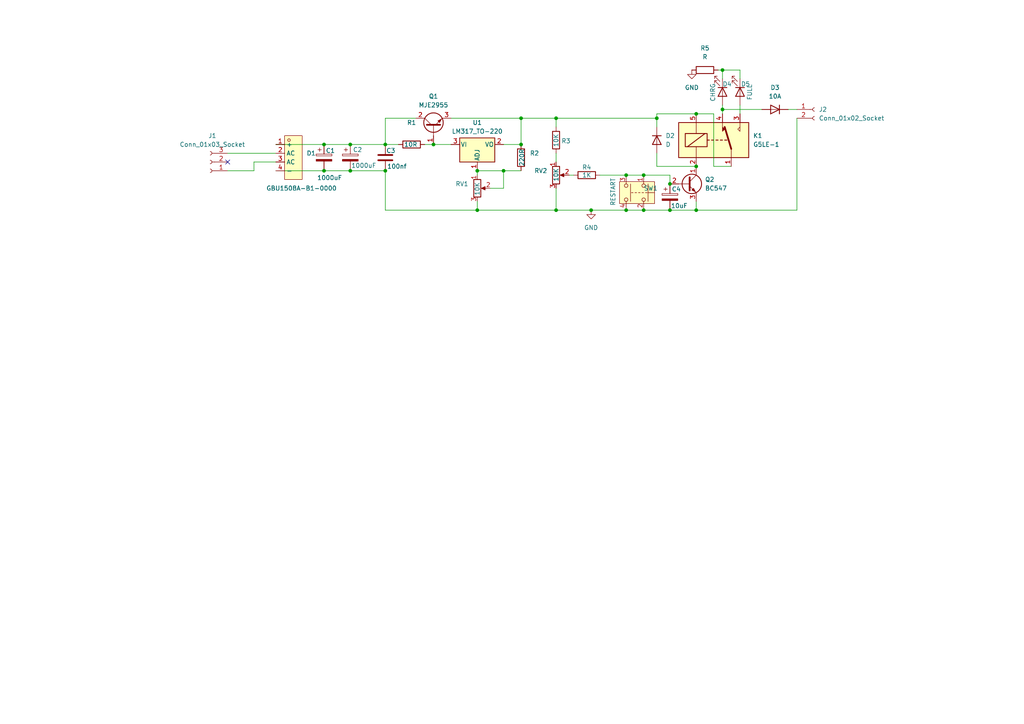
<source format=kicad_sch>
(kicad_sch
	(version 20250114)
	(generator "eeschema")
	(generator_version "9.0")
	(uuid "5904cba1-d958-4866-808c-b330c149d6f7")
	(paper "A4")
	(lib_symbols
		(symbol "Connector:Conn_01x02_Socket"
			(pin_names
				(offset 1.016)
				(hide yes)
			)
			(exclude_from_sim no)
			(in_bom yes)
			(on_board yes)
			(property "Reference" "J"
				(at 0 2.54 0)
				(effects
					(font
						(size 1.27 1.27)
					)
				)
			)
			(property "Value" "Conn_01x02_Socket"
				(at 0 -5.08 0)
				(effects
					(font
						(size 1.27 1.27)
					)
				)
			)
			(property "Footprint" ""
				(at 0 0 0)
				(effects
					(font
						(size 1.27 1.27)
					)
					(hide yes)
				)
			)
			(property "Datasheet" "~"
				(at 0 0 0)
				(effects
					(font
						(size 1.27 1.27)
					)
					(hide yes)
				)
			)
			(property "Description" "Generic connector, single row, 01x02, script generated"
				(at 0 0 0)
				(effects
					(font
						(size 1.27 1.27)
					)
					(hide yes)
				)
			)
			(property "ki_locked" ""
				(at 0 0 0)
				(effects
					(font
						(size 1.27 1.27)
					)
				)
			)
			(property "ki_keywords" "connector"
				(at 0 0 0)
				(effects
					(font
						(size 1.27 1.27)
					)
					(hide yes)
				)
			)
			(property "ki_fp_filters" "Connector*:*_1x??_*"
				(at 0 0 0)
				(effects
					(font
						(size 1.27 1.27)
					)
					(hide yes)
				)
			)
			(symbol "Conn_01x02_Socket_1_1"
				(polyline
					(pts
						(xy -1.27 0) (xy -0.508 0)
					)
					(stroke
						(width 0.1524)
						(type default)
					)
					(fill
						(type none)
					)
				)
				(polyline
					(pts
						(xy -1.27 -2.54) (xy -0.508 -2.54)
					)
					(stroke
						(width 0.1524)
						(type default)
					)
					(fill
						(type none)
					)
				)
				(arc
					(start 0 -0.508)
					(mid -0.5058 0)
					(end 0 0.508)
					(stroke
						(width 0.1524)
						(type default)
					)
					(fill
						(type none)
					)
				)
				(arc
					(start 0 -3.048)
					(mid -0.5058 -2.54)
					(end 0 -2.032)
					(stroke
						(width 0.1524)
						(type default)
					)
					(fill
						(type none)
					)
				)
				(pin passive line
					(at -5.08 0 0)
					(length 3.81)
					(name "Pin_1"
						(effects
							(font
								(size 1.27 1.27)
							)
						)
					)
					(number "1"
						(effects
							(font
								(size 1.27 1.27)
							)
						)
					)
				)
				(pin passive line
					(at -5.08 -2.54 0)
					(length 3.81)
					(name "Pin_2"
						(effects
							(font
								(size 1.27 1.27)
							)
						)
					)
					(number "2"
						(effects
							(font
								(size 1.27 1.27)
							)
						)
					)
				)
			)
			(embedded_fonts no)
		)
		(symbol "Connector:Conn_01x03_Socket"
			(pin_names
				(offset 1.016)
				(hide yes)
			)
			(exclude_from_sim no)
			(in_bom yes)
			(on_board yes)
			(property "Reference" "J"
				(at 0 5.08 0)
				(effects
					(font
						(size 1.27 1.27)
					)
				)
			)
			(property "Value" "Conn_01x03_Socket"
				(at 0 -5.08 0)
				(effects
					(font
						(size 1.27 1.27)
					)
				)
			)
			(property "Footprint" ""
				(at 0 0 0)
				(effects
					(font
						(size 1.27 1.27)
					)
					(hide yes)
				)
			)
			(property "Datasheet" "~"
				(at 0 0 0)
				(effects
					(font
						(size 1.27 1.27)
					)
					(hide yes)
				)
			)
			(property "Description" "Generic connector, single row, 01x03, script generated"
				(at 0 0 0)
				(effects
					(font
						(size 1.27 1.27)
					)
					(hide yes)
				)
			)
			(property "ki_locked" ""
				(at 0 0 0)
				(effects
					(font
						(size 1.27 1.27)
					)
				)
			)
			(property "ki_keywords" "connector"
				(at 0 0 0)
				(effects
					(font
						(size 1.27 1.27)
					)
					(hide yes)
				)
			)
			(property "ki_fp_filters" "Connector*:*_1x??_*"
				(at 0 0 0)
				(effects
					(font
						(size 1.27 1.27)
					)
					(hide yes)
				)
			)
			(symbol "Conn_01x03_Socket_1_1"
				(polyline
					(pts
						(xy -1.27 2.54) (xy -0.508 2.54)
					)
					(stroke
						(width 0.1524)
						(type default)
					)
					(fill
						(type none)
					)
				)
				(polyline
					(pts
						(xy -1.27 0) (xy -0.508 0)
					)
					(stroke
						(width 0.1524)
						(type default)
					)
					(fill
						(type none)
					)
				)
				(polyline
					(pts
						(xy -1.27 -2.54) (xy -0.508 -2.54)
					)
					(stroke
						(width 0.1524)
						(type default)
					)
					(fill
						(type none)
					)
				)
				(arc
					(start 0 2.032)
					(mid -0.5058 2.54)
					(end 0 3.048)
					(stroke
						(width 0.1524)
						(type default)
					)
					(fill
						(type none)
					)
				)
				(arc
					(start 0 -0.508)
					(mid -0.5058 0)
					(end 0 0.508)
					(stroke
						(width 0.1524)
						(type default)
					)
					(fill
						(type none)
					)
				)
				(arc
					(start 0 -3.048)
					(mid -0.5058 -2.54)
					(end 0 -2.032)
					(stroke
						(width 0.1524)
						(type default)
					)
					(fill
						(type none)
					)
				)
				(pin passive line
					(at -5.08 2.54 0)
					(length 3.81)
					(name "Pin_1"
						(effects
							(font
								(size 1.27 1.27)
							)
						)
					)
					(number "1"
						(effects
							(font
								(size 1.27 1.27)
							)
						)
					)
				)
				(pin passive line
					(at -5.08 0 0)
					(length 3.81)
					(name "Pin_2"
						(effects
							(font
								(size 1.27 1.27)
							)
						)
					)
					(number "2"
						(effects
							(font
								(size 1.27 1.27)
							)
						)
					)
				)
				(pin passive line
					(at -5.08 -2.54 0)
					(length 3.81)
					(name "Pin_3"
						(effects
							(font
								(size 1.27 1.27)
							)
						)
					)
					(number "3"
						(effects
							(font
								(size 1.27 1.27)
							)
						)
					)
				)
			)
			(embedded_fonts no)
		)
		(symbol "Device:C"
			(pin_numbers
				(hide yes)
			)
			(pin_names
				(offset 0.254)
			)
			(exclude_from_sim no)
			(in_bom yes)
			(on_board yes)
			(property "Reference" "C"
				(at 0.635 2.54 0)
				(effects
					(font
						(size 1.27 1.27)
					)
					(justify left)
				)
			)
			(property "Value" "C"
				(at 0.635 -2.54 0)
				(effects
					(font
						(size 1.27 1.27)
					)
					(justify left)
				)
			)
			(property "Footprint" ""
				(at 0.9652 -3.81 0)
				(effects
					(font
						(size 1.27 1.27)
					)
					(hide yes)
				)
			)
			(property "Datasheet" "~"
				(at 0 0 0)
				(effects
					(font
						(size 1.27 1.27)
					)
					(hide yes)
				)
			)
			(property "Description" "Unpolarized capacitor"
				(at 0 0 0)
				(effects
					(font
						(size 1.27 1.27)
					)
					(hide yes)
				)
			)
			(property "ki_keywords" "cap capacitor"
				(at 0 0 0)
				(effects
					(font
						(size 1.27 1.27)
					)
					(hide yes)
				)
			)
			(property "ki_fp_filters" "C_*"
				(at 0 0 0)
				(effects
					(font
						(size 1.27 1.27)
					)
					(hide yes)
				)
			)
			(symbol "C_0_1"
				(polyline
					(pts
						(xy -2.032 0.762) (xy 2.032 0.762)
					)
					(stroke
						(width 0.508)
						(type default)
					)
					(fill
						(type none)
					)
				)
				(polyline
					(pts
						(xy -2.032 -0.762) (xy 2.032 -0.762)
					)
					(stroke
						(width 0.508)
						(type default)
					)
					(fill
						(type none)
					)
				)
			)
			(symbol "C_1_1"
				(pin passive line
					(at 0 3.81 270)
					(length 2.794)
					(name "~"
						(effects
							(font
								(size 1.27 1.27)
							)
						)
					)
					(number "1"
						(effects
							(font
								(size 1.27 1.27)
							)
						)
					)
				)
				(pin passive line
					(at 0 -3.81 90)
					(length 2.794)
					(name "~"
						(effects
							(font
								(size 1.27 1.27)
							)
						)
					)
					(number "2"
						(effects
							(font
								(size 1.27 1.27)
							)
						)
					)
				)
			)
			(embedded_fonts no)
		)
		(symbol "Device:C_Polarized"
			(pin_numbers
				(hide yes)
			)
			(pin_names
				(offset 0.254)
			)
			(exclude_from_sim no)
			(in_bom yes)
			(on_board yes)
			(property "Reference" "C"
				(at 0.635 2.54 0)
				(effects
					(font
						(size 1.27 1.27)
					)
					(justify left)
				)
			)
			(property "Value" "C_Polarized"
				(at 0.635 -2.54 0)
				(effects
					(font
						(size 1.27 1.27)
					)
					(justify left)
				)
			)
			(property "Footprint" ""
				(at 0.9652 -3.81 0)
				(effects
					(font
						(size 1.27 1.27)
					)
					(hide yes)
				)
			)
			(property "Datasheet" "~"
				(at 0 0 0)
				(effects
					(font
						(size 1.27 1.27)
					)
					(hide yes)
				)
			)
			(property "Description" "Polarized capacitor"
				(at 0 0 0)
				(effects
					(font
						(size 1.27 1.27)
					)
					(hide yes)
				)
			)
			(property "ki_keywords" "cap capacitor"
				(at 0 0 0)
				(effects
					(font
						(size 1.27 1.27)
					)
					(hide yes)
				)
			)
			(property "ki_fp_filters" "CP_*"
				(at 0 0 0)
				(effects
					(font
						(size 1.27 1.27)
					)
					(hide yes)
				)
			)
			(symbol "C_Polarized_0_1"
				(rectangle
					(start -2.286 0.508)
					(end 2.286 1.016)
					(stroke
						(width 0)
						(type default)
					)
					(fill
						(type none)
					)
				)
				(polyline
					(pts
						(xy -1.778 2.286) (xy -0.762 2.286)
					)
					(stroke
						(width 0)
						(type default)
					)
					(fill
						(type none)
					)
				)
				(polyline
					(pts
						(xy -1.27 2.794) (xy -1.27 1.778)
					)
					(stroke
						(width 0)
						(type default)
					)
					(fill
						(type none)
					)
				)
				(rectangle
					(start 2.286 -0.508)
					(end -2.286 -1.016)
					(stroke
						(width 0)
						(type default)
					)
					(fill
						(type outline)
					)
				)
			)
			(symbol "C_Polarized_1_1"
				(pin passive line
					(at 0 3.81 270)
					(length 2.794)
					(name "~"
						(effects
							(font
								(size 1.27 1.27)
							)
						)
					)
					(number "1"
						(effects
							(font
								(size 1.27 1.27)
							)
						)
					)
				)
				(pin passive line
					(at 0 -3.81 90)
					(length 2.794)
					(name "~"
						(effects
							(font
								(size 1.27 1.27)
							)
						)
					)
					(number "2"
						(effects
							(font
								(size 1.27 1.27)
							)
						)
					)
				)
			)
			(embedded_fonts no)
		)
		(symbol "Device:D"
			(pin_numbers
				(hide yes)
			)
			(pin_names
				(offset 1.016)
				(hide yes)
			)
			(exclude_from_sim no)
			(in_bom yes)
			(on_board yes)
			(property "Reference" "D"
				(at 0 2.54 0)
				(effects
					(font
						(size 1.27 1.27)
					)
				)
			)
			(property "Value" "D"
				(at 0 -2.54 0)
				(effects
					(font
						(size 1.27 1.27)
					)
				)
			)
			(property "Footprint" ""
				(at 0 0 0)
				(effects
					(font
						(size 1.27 1.27)
					)
					(hide yes)
				)
			)
			(property "Datasheet" "~"
				(at 0 0 0)
				(effects
					(font
						(size 1.27 1.27)
					)
					(hide yes)
				)
			)
			(property "Description" "Diode"
				(at 0 0 0)
				(effects
					(font
						(size 1.27 1.27)
					)
					(hide yes)
				)
			)
			(property "Sim.Device" "D"
				(at 0 0 0)
				(effects
					(font
						(size 1.27 1.27)
					)
					(hide yes)
				)
			)
			(property "Sim.Pins" "1=K 2=A"
				(at 0 0 0)
				(effects
					(font
						(size 1.27 1.27)
					)
					(hide yes)
				)
			)
			(property "ki_keywords" "diode"
				(at 0 0 0)
				(effects
					(font
						(size 1.27 1.27)
					)
					(hide yes)
				)
			)
			(property "ki_fp_filters" "TO-???* *_Diode_* *SingleDiode* D_*"
				(at 0 0 0)
				(effects
					(font
						(size 1.27 1.27)
					)
					(hide yes)
				)
			)
			(symbol "D_0_1"
				(polyline
					(pts
						(xy -1.27 1.27) (xy -1.27 -1.27)
					)
					(stroke
						(width 0.254)
						(type default)
					)
					(fill
						(type none)
					)
				)
				(polyline
					(pts
						(xy 1.27 1.27) (xy 1.27 -1.27) (xy -1.27 0) (xy 1.27 1.27)
					)
					(stroke
						(width 0.254)
						(type default)
					)
					(fill
						(type none)
					)
				)
				(polyline
					(pts
						(xy 1.27 0) (xy -1.27 0)
					)
					(stroke
						(width 0)
						(type default)
					)
					(fill
						(type none)
					)
				)
			)
			(symbol "D_1_1"
				(pin passive line
					(at -3.81 0 0)
					(length 2.54)
					(name "K"
						(effects
							(font
								(size 1.27 1.27)
							)
						)
					)
					(number "1"
						(effects
							(font
								(size 1.27 1.27)
							)
						)
					)
				)
				(pin passive line
					(at 3.81 0 180)
					(length 2.54)
					(name "A"
						(effects
							(font
								(size 1.27 1.27)
							)
						)
					)
					(number "2"
						(effects
							(font
								(size 1.27 1.27)
							)
						)
					)
				)
			)
			(embedded_fonts no)
		)
		(symbol "Device:LED"
			(pin_numbers
				(hide yes)
			)
			(pin_names
				(offset 1.016)
				(hide yes)
			)
			(exclude_from_sim no)
			(in_bom yes)
			(on_board yes)
			(property "Reference" "D"
				(at 0 2.54 0)
				(effects
					(font
						(size 1.27 1.27)
					)
				)
			)
			(property "Value" "LED"
				(at 0 -2.54 0)
				(effects
					(font
						(size 1.27 1.27)
					)
				)
			)
			(property "Footprint" ""
				(at 0 0 0)
				(effects
					(font
						(size 1.27 1.27)
					)
					(hide yes)
				)
			)
			(property "Datasheet" "~"
				(at 0 0 0)
				(effects
					(font
						(size 1.27 1.27)
					)
					(hide yes)
				)
			)
			(property "Description" "Light emitting diode"
				(at 0 0 0)
				(effects
					(font
						(size 1.27 1.27)
					)
					(hide yes)
				)
			)
			(property "Sim.Pins" "1=K 2=A"
				(at 0 0 0)
				(effects
					(font
						(size 1.27 1.27)
					)
					(hide yes)
				)
			)
			(property "ki_keywords" "LED diode"
				(at 0 0 0)
				(effects
					(font
						(size 1.27 1.27)
					)
					(hide yes)
				)
			)
			(property "ki_fp_filters" "LED* LED_SMD:* LED_THT:*"
				(at 0 0 0)
				(effects
					(font
						(size 1.27 1.27)
					)
					(hide yes)
				)
			)
			(symbol "LED_0_1"
				(polyline
					(pts
						(xy -3.048 -0.762) (xy -4.572 -2.286) (xy -3.81 -2.286) (xy -4.572 -2.286) (xy -4.572 -1.524)
					)
					(stroke
						(width 0)
						(type default)
					)
					(fill
						(type none)
					)
				)
				(polyline
					(pts
						(xy -1.778 -0.762) (xy -3.302 -2.286) (xy -2.54 -2.286) (xy -3.302 -2.286) (xy -3.302 -1.524)
					)
					(stroke
						(width 0)
						(type default)
					)
					(fill
						(type none)
					)
				)
				(polyline
					(pts
						(xy -1.27 0) (xy 1.27 0)
					)
					(stroke
						(width 0)
						(type default)
					)
					(fill
						(type none)
					)
				)
				(polyline
					(pts
						(xy -1.27 -1.27) (xy -1.27 1.27)
					)
					(stroke
						(width 0.254)
						(type default)
					)
					(fill
						(type none)
					)
				)
				(polyline
					(pts
						(xy 1.27 -1.27) (xy 1.27 1.27) (xy -1.27 0) (xy 1.27 -1.27)
					)
					(stroke
						(width 0.254)
						(type default)
					)
					(fill
						(type none)
					)
				)
			)
			(symbol "LED_1_1"
				(pin passive line
					(at -3.81 0 0)
					(length 2.54)
					(name "K"
						(effects
							(font
								(size 1.27 1.27)
							)
						)
					)
					(number "1"
						(effects
							(font
								(size 1.27 1.27)
							)
						)
					)
				)
				(pin passive line
					(at 3.81 0 180)
					(length 2.54)
					(name "A"
						(effects
							(font
								(size 1.27 1.27)
							)
						)
					)
					(number "2"
						(effects
							(font
								(size 1.27 1.27)
							)
						)
					)
				)
			)
			(embedded_fonts no)
		)
		(symbol "Device:R"
			(pin_numbers
				(hide yes)
			)
			(pin_names
				(offset 0)
			)
			(exclude_from_sim no)
			(in_bom yes)
			(on_board yes)
			(property "Reference" "R"
				(at 2.032 0 90)
				(effects
					(font
						(size 1.27 1.27)
					)
				)
			)
			(property "Value" "R"
				(at 0 0 90)
				(effects
					(font
						(size 1.27 1.27)
					)
				)
			)
			(property "Footprint" ""
				(at -1.778 0 90)
				(effects
					(font
						(size 1.27 1.27)
					)
					(hide yes)
				)
			)
			(property "Datasheet" "~"
				(at 0 0 0)
				(effects
					(font
						(size 1.27 1.27)
					)
					(hide yes)
				)
			)
			(property "Description" "Resistor"
				(at 0 0 0)
				(effects
					(font
						(size 1.27 1.27)
					)
					(hide yes)
				)
			)
			(property "ki_keywords" "R res resistor"
				(at 0 0 0)
				(effects
					(font
						(size 1.27 1.27)
					)
					(hide yes)
				)
			)
			(property "ki_fp_filters" "R_*"
				(at 0 0 0)
				(effects
					(font
						(size 1.27 1.27)
					)
					(hide yes)
				)
			)
			(symbol "R_0_1"
				(rectangle
					(start -1.016 -2.54)
					(end 1.016 2.54)
					(stroke
						(width 0.254)
						(type default)
					)
					(fill
						(type none)
					)
				)
			)
			(symbol "R_1_1"
				(pin passive line
					(at 0 3.81 270)
					(length 1.27)
					(name "~"
						(effects
							(font
								(size 1.27 1.27)
							)
						)
					)
					(number "1"
						(effects
							(font
								(size 1.27 1.27)
							)
						)
					)
				)
				(pin passive line
					(at 0 -3.81 90)
					(length 1.27)
					(name "~"
						(effects
							(font
								(size 1.27 1.27)
							)
						)
					)
					(number "2"
						(effects
							(font
								(size 1.27 1.27)
							)
						)
					)
				)
			)
			(embedded_fonts no)
		)
		(symbol "Device:R_Potentiometer"
			(pin_names
				(offset 1.016)
				(hide yes)
			)
			(exclude_from_sim no)
			(in_bom yes)
			(on_board yes)
			(property "Reference" "RV"
				(at -4.445 0 90)
				(effects
					(font
						(size 1.27 1.27)
					)
				)
			)
			(property "Value" "R_Potentiometer"
				(at -2.54 0 90)
				(effects
					(font
						(size 1.27 1.27)
					)
				)
			)
			(property "Footprint" ""
				(at 0 0 0)
				(effects
					(font
						(size 1.27 1.27)
					)
					(hide yes)
				)
			)
			(property "Datasheet" "~"
				(at 0 0 0)
				(effects
					(font
						(size 1.27 1.27)
					)
					(hide yes)
				)
			)
			(property "Description" "Potentiometer"
				(at 0 0 0)
				(effects
					(font
						(size 1.27 1.27)
					)
					(hide yes)
				)
			)
			(property "ki_keywords" "resistor variable"
				(at 0 0 0)
				(effects
					(font
						(size 1.27 1.27)
					)
					(hide yes)
				)
			)
			(property "ki_fp_filters" "Potentiometer*"
				(at 0 0 0)
				(effects
					(font
						(size 1.27 1.27)
					)
					(hide yes)
				)
			)
			(symbol "R_Potentiometer_0_1"
				(rectangle
					(start 1.016 2.54)
					(end -1.016 -2.54)
					(stroke
						(width 0.254)
						(type default)
					)
					(fill
						(type none)
					)
				)
				(polyline
					(pts
						(xy 1.143 0) (xy 2.286 0.508) (xy 2.286 -0.508) (xy 1.143 0)
					)
					(stroke
						(width 0)
						(type default)
					)
					(fill
						(type outline)
					)
				)
				(polyline
					(pts
						(xy 2.54 0) (xy 1.524 0)
					)
					(stroke
						(width 0)
						(type default)
					)
					(fill
						(type none)
					)
				)
			)
			(symbol "R_Potentiometer_1_1"
				(pin passive line
					(at 0 3.81 270)
					(length 1.27)
					(name "1"
						(effects
							(font
								(size 1.27 1.27)
							)
						)
					)
					(number "1"
						(effects
							(font
								(size 1.27 1.27)
							)
						)
					)
				)
				(pin passive line
					(at 0 -3.81 90)
					(length 1.27)
					(name "3"
						(effects
							(font
								(size 1.27 1.27)
							)
						)
					)
					(number "3"
						(effects
							(font
								(size 1.27 1.27)
							)
						)
					)
				)
				(pin passive line
					(at 3.81 0 180)
					(length 1.27)
					(name "2"
						(effects
							(font
								(size 1.27 1.27)
							)
						)
					)
					(number "2"
						(effects
							(font
								(size 1.27 1.27)
							)
						)
					)
				)
			)
			(embedded_fonts no)
		)
		(symbol "Regulator_Linear:LM317_TO-220"
			(pin_names
				(offset 0.254)
			)
			(exclude_from_sim no)
			(in_bom yes)
			(on_board yes)
			(property "Reference" "U"
				(at -3.81 3.175 0)
				(effects
					(font
						(size 1.27 1.27)
					)
				)
			)
			(property "Value" "LM317_TO-220"
				(at 0 3.175 0)
				(effects
					(font
						(size 1.27 1.27)
					)
					(justify left)
				)
			)
			(property "Footprint" "Package_TO_SOT_THT:TO-220-3_Vertical"
				(at 0 6.35 0)
				(effects
					(font
						(size 1.27 1.27)
						(italic yes)
					)
					(hide yes)
				)
			)
			(property "Datasheet" "http://www.ti.com/lit/ds/symlink/lm317.pdf"
				(at 0 0 0)
				(effects
					(font
						(size 1.27 1.27)
					)
					(hide yes)
				)
			)
			(property "Description" "1.5A 35V Adjustable Linear Regulator, TO-220"
				(at 0 0 0)
				(effects
					(font
						(size 1.27 1.27)
					)
					(hide yes)
				)
			)
			(property "ki_keywords" "Adjustable Voltage Regulator 1A Positive"
				(at 0 0 0)
				(effects
					(font
						(size 1.27 1.27)
					)
					(hide yes)
				)
			)
			(property "ki_fp_filters" "TO?220*"
				(at 0 0 0)
				(effects
					(font
						(size 1.27 1.27)
					)
					(hide yes)
				)
			)
			(symbol "LM317_TO-220_0_1"
				(rectangle
					(start -5.08 1.905)
					(end 5.08 -5.08)
					(stroke
						(width 0.254)
						(type default)
					)
					(fill
						(type background)
					)
				)
			)
			(symbol "LM317_TO-220_1_1"
				(pin power_in line
					(at -7.62 0 0)
					(length 2.54)
					(name "VI"
						(effects
							(font
								(size 1.27 1.27)
							)
						)
					)
					(number "3"
						(effects
							(font
								(size 1.27 1.27)
							)
						)
					)
				)
				(pin input line
					(at 0 -7.62 90)
					(length 2.54)
					(name "ADJ"
						(effects
							(font
								(size 1.27 1.27)
							)
						)
					)
					(number "1"
						(effects
							(font
								(size 1.27 1.27)
							)
						)
					)
				)
				(pin power_out line
					(at 7.62 0 180)
					(length 2.54)
					(name "VO"
						(effects
							(font
								(size 1.27 1.27)
							)
						)
					)
					(number "2"
						(effects
							(font
								(size 1.27 1.27)
							)
						)
					)
				)
			)
			(embedded_fonts no)
		)
		(symbol "Relay:G5LE-1"
			(exclude_from_sim no)
			(in_bom yes)
			(on_board yes)
			(property "Reference" "K"
				(at 11.43 3.81 0)
				(effects
					(font
						(size 1.27 1.27)
					)
					(justify left)
				)
			)
			(property "Value" "G5LE-1"
				(at 11.43 1.27 0)
				(effects
					(font
						(size 1.27 1.27)
					)
					(justify left)
				)
			)
			(property "Footprint" "Relay_THT:Relay_SPDT_Omron-G5LE-1"
				(at 11.43 -1.27 0)
				(effects
					(font
						(size 1.27 1.27)
					)
					(justify left)
					(hide yes)
				)
			)
			(property "Datasheet" "http://www.omron.com/ecb/products/pdf/en-g5le.pdf"
				(at 0 0 0)
				(effects
					(font
						(size 1.27 1.27)
					)
					(hide yes)
				)
			)
			(property "Description" "Omron G5LE relay, Miniature Single Pole, SPDT, 10A"
				(at 0 0 0)
				(effects
					(font
						(size 1.27 1.27)
					)
					(hide yes)
				)
			)
			(property "ki_keywords" "Miniature Single Pole Relay"
				(at 0 0 0)
				(effects
					(font
						(size 1.27 1.27)
					)
					(hide yes)
				)
			)
			(property "ki_fp_filters" "Relay*SPDT*Omron*G5LE?1*"
				(at 0 0 0)
				(effects
					(font
						(size 1.27 1.27)
					)
					(hide yes)
				)
			)
			(symbol "G5LE-1_0_0"
				(polyline
					(pts
						(xy 7.62 5.08) (xy 7.62 2.54) (xy 6.985 3.175) (xy 7.62 3.81)
					)
					(stroke
						(width 0)
						(type default)
					)
					(fill
						(type none)
					)
				)
			)
			(symbol "G5LE-1_0_1"
				(rectangle
					(start -10.16 5.08)
					(end 10.16 -5.08)
					(stroke
						(width 0.254)
						(type default)
					)
					(fill
						(type background)
					)
				)
				(rectangle
					(start -8.255 1.905)
					(end -1.905 -1.905)
					(stroke
						(width 0.254)
						(type default)
					)
					(fill
						(type none)
					)
				)
				(polyline
					(pts
						(xy -7.62 -1.905) (xy -2.54 1.905)
					)
					(stroke
						(width 0.254)
						(type default)
					)
					(fill
						(type none)
					)
				)
				(polyline
					(pts
						(xy -5.08 5.08) (xy -5.08 1.905)
					)
					(stroke
						(width 0)
						(type default)
					)
					(fill
						(type none)
					)
				)
				(polyline
					(pts
						(xy -5.08 -5.08) (xy -5.08 -1.905)
					)
					(stroke
						(width 0)
						(type default)
					)
					(fill
						(type none)
					)
				)
				(polyline
					(pts
						(xy -1.905 0) (xy -1.27 0)
					)
					(stroke
						(width 0.254)
						(type default)
					)
					(fill
						(type none)
					)
				)
				(polyline
					(pts
						(xy -0.635 0) (xy 0 0)
					)
					(stroke
						(width 0.254)
						(type default)
					)
					(fill
						(type none)
					)
				)
				(polyline
					(pts
						(xy 0.635 0) (xy 1.27 0)
					)
					(stroke
						(width 0.254)
						(type default)
					)
					(fill
						(type none)
					)
				)
				(polyline
					(pts
						(xy 1.905 0) (xy 2.54 0)
					)
					(stroke
						(width 0.254)
						(type default)
					)
					(fill
						(type none)
					)
				)
				(polyline
					(pts
						(xy 2.54 5.08) (xy 2.54 2.54) (xy 3.175 3.175) (xy 2.54 3.81)
					)
					(stroke
						(width 0)
						(type default)
					)
					(fill
						(type outline)
					)
				)
				(polyline
					(pts
						(xy 3.175 0) (xy 3.81 0)
					)
					(stroke
						(width 0.254)
						(type default)
					)
					(fill
						(type none)
					)
				)
				(polyline
					(pts
						(xy 5.08 -2.54) (xy 3.175 3.81)
					)
					(stroke
						(width 0.508)
						(type default)
					)
					(fill
						(type none)
					)
				)
				(polyline
					(pts
						(xy 5.08 -2.54) (xy 5.08 -5.08)
					)
					(stroke
						(width 0)
						(type default)
					)
					(fill
						(type none)
					)
				)
			)
			(symbol "G5LE-1_1_1"
				(pin passive line
					(at -5.08 7.62 270)
					(length 2.54)
					(name "~"
						(effects
							(font
								(size 1.27 1.27)
							)
						)
					)
					(number "5"
						(effects
							(font
								(size 1.27 1.27)
							)
						)
					)
				)
				(pin passive line
					(at -5.08 -7.62 90)
					(length 2.54)
					(name "~"
						(effects
							(font
								(size 1.27 1.27)
							)
						)
					)
					(number "2"
						(effects
							(font
								(size 1.27 1.27)
							)
						)
					)
				)
				(pin passive line
					(at 2.54 7.62 270)
					(length 2.54)
					(name "~"
						(effects
							(font
								(size 1.27 1.27)
							)
						)
					)
					(number "4"
						(effects
							(font
								(size 1.27 1.27)
							)
						)
					)
				)
				(pin passive line
					(at 5.08 -7.62 90)
					(length 2.54)
					(name "~"
						(effects
							(font
								(size 1.27 1.27)
							)
						)
					)
					(number "1"
						(effects
							(font
								(size 1.27 1.27)
							)
						)
					)
				)
				(pin passive line
					(at 7.62 7.62 270)
					(length 2.54)
					(name "~"
						(effects
							(font
								(size 1.27 1.27)
							)
						)
					)
					(number "3"
						(effects
							(font
								(size 1.27 1.27)
							)
						)
					)
				)
			)
			(embedded_fonts no)
		)
		(symbol "Switch:SW_Push_Dual"
			(pin_names
				(offset 1.016)
				(hide yes)
			)
			(exclude_from_sim no)
			(in_bom yes)
			(on_board yes)
			(property "Reference" "SW"
				(at 0 7.62 0)
				(effects
					(font
						(size 1.27 1.27)
					)
				)
			)
			(property "Value" "SW_Push_Dual"
				(at 0 -6.35 0)
				(effects
					(font
						(size 1.27 1.27)
					)
				)
			)
			(property "Footprint" ""
				(at 0 7.62 0)
				(effects
					(font
						(size 1.27 1.27)
					)
					(hide yes)
				)
			)
			(property "Datasheet" "~"
				(at 0 0 0)
				(effects
					(font
						(size 1.27 1.27)
					)
					(hide yes)
				)
			)
			(property "Description" "Push button switch, generic, symbol, four pins"
				(at 0 0 0)
				(effects
					(font
						(size 1.27 1.27)
					)
					(hide yes)
				)
			)
			(property "ki_keywords" "switch normally-open pushbutton push-button"
				(at 0 0 0)
				(effects
					(font
						(size 1.27 1.27)
					)
					(hide yes)
				)
			)
			(symbol "SW_Push_Dual_0_1"
				(circle
					(center -2.032 2.54)
					(radius 0.508)
					(stroke
						(width 0)
						(type default)
					)
					(fill
						(type none)
					)
				)
				(circle
					(center -2.032 -2.54)
					(radius 0.508)
					(stroke
						(width 0)
						(type default)
					)
					(fill
						(type none)
					)
				)
				(polyline
					(pts
						(xy 0 3.81) (xy 0 5.588)
					)
					(stroke
						(width 0)
						(type default)
					)
					(fill
						(type none)
					)
				)
				(polyline
					(pts
						(xy 0 3.048) (xy 0 3.556)
					)
					(stroke
						(width 0)
						(type default)
					)
					(fill
						(type none)
					)
				)
				(polyline
					(pts
						(xy 0 2.032) (xy 0 2.54)
					)
					(stroke
						(width 0)
						(type default)
					)
					(fill
						(type none)
					)
				)
				(polyline
					(pts
						(xy 0 1.016) (xy 0 1.524)
					)
					(stroke
						(width 0)
						(type default)
					)
					(fill
						(type none)
					)
				)
				(polyline
					(pts
						(xy 0 0.508) (xy 0 0)
					)
					(stroke
						(width 0)
						(type default)
					)
					(fill
						(type none)
					)
				)
				(polyline
					(pts
						(xy 0 -0.508) (xy 0 -1.016)
					)
					(stroke
						(width 0)
						(type default)
					)
					(fill
						(type none)
					)
				)
				(circle
					(center 2.032 2.54)
					(radius 0.508)
					(stroke
						(width 0)
						(type default)
					)
					(fill
						(type none)
					)
				)
				(circle
					(center 2.032 -2.54)
					(radius 0.508)
					(stroke
						(width 0)
						(type default)
					)
					(fill
						(type none)
					)
				)
				(polyline
					(pts
						(xy 2.54 3.81) (xy -2.54 3.81)
					)
					(stroke
						(width 0)
						(type default)
					)
					(fill
						(type none)
					)
				)
				(polyline
					(pts
						(xy 2.54 -1.27) (xy -2.54 -1.27)
					)
					(stroke
						(width 0)
						(type default)
					)
					(fill
						(type none)
					)
				)
				(pin passive line
					(at -5.08 2.54 0)
					(length 2.54)
					(name "1"
						(effects
							(font
								(size 1.27 1.27)
							)
						)
					)
					(number "1"
						(effects
							(font
								(size 1.27 1.27)
							)
						)
					)
				)
				(pin passive line
					(at -5.08 -2.54 0)
					(length 2.54)
					(name "3"
						(effects
							(font
								(size 1.27 1.27)
							)
						)
					)
					(number "3"
						(effects
							(font
								(size 1.27 1.27)
							)
						)
					)
				)
				(pin passive line
					(at 5.08 2.54 180)
					(length 2.54)
					(name "2"
						(effects
							(font
								(size 1.27 1.27)
							)
						)
					)
					(number "2"
						(effects
							(font
								(size 1.27 1.27)
							)
						)
					)
				)
				(pin passive line
					(at 5.08 -2.54 180)
					(length 2.54)
					(name "4"
						(effects
							(font
								(size 1.27 1.27)
							)
						)
					)
					(number "4"
						(effects
							(font
								(size 1.27 1.27)
							)
						)
					)
				)
			)
			(symbol "SW_Push_Dual_1_1"
				(rectangle
					(start -3.175 5.715)
					(end 3.175 -4.445)
					(stroke
						(width 0)
						(type default)
					)
					(fill
						(type background)
					)
				)
			)
			(embedded_fonts no)
		)
		(symbol "Transistor_BJT:BC547"
			(pin_names
				(offset 0)
				(hide yes)
			)
			(exclude_from_sim no)
			(in_bom yes)
			(on_board yes)
			(property "Reference" "Q"
				(at 5.08 1.905 0)
				(effects
					(font
						(size 1.27 1.27)
					)
					(justify left)
				)
			)
			(property "Value" "BC547"
				(at 5.08 0 0)
				(effects
					(font
						(size 1.27 1.27)
					)
					(justify left)
				)
			)
			(property "Footprint" "Package_TO_SOT_THT:TO-92_Inline"
				(at 5.08 -1.905 0)
				(effects
					(font
						(size 1.27 1.27)
						(italic yes)
					)
					(justify left)
					(hide yes)
				)
			)
			(property "Datasheet" "https://www.onsemi.com/pub/Collateral/BC550-D.pdf"
				(at 0 0 0)
				(effects
					(font
						(size 1.27 1.27)
					)
					(justify left)
					(hide yes)
				)
			)
			(property "Description" "0.1A Ic, 45V Vce, Small Signal NPN Transistor, TO-92"
				(at 0 0 0)
				(effects
					(font
						(size 1.27 1.27)
					)
					(hide yes)
				)
			)
			(property "Sim.Device" "NPN"
				(at 0 0 0)
				(effects
					(font
						(size 1.27 1.27)
					)
					(hide yes)
				)
			)
			(property "Sim.Pins" "1=C 2=B 3=E"
				(at 0 0 0)
				(effects
					(font
						(size 1.27 1.27)
					)
					(hide yes)
				)
			)
			(property "ki_keywords" "NPN Transistor"
				(at 0 0 0)
				(effects
					(font
						(size 1.27 1.27)
					)
					(hide yes)
				)
			)
			(property "ki_fp_filters" "TO?92*"
				(at 0 0 0)
				(effects
					(font
						(size 1.27 1.27)
					)
					(hide yes)
				)
			)
			(symbol "BC547_0_1"
				(polyline
					(pts
						(xy -2.54 0) (xy 0.635 0)
					)
					(stroke
						(width 0)
						(type default)
					)
					(fill
						(type none)
					)
				)
				(polyline
					(pts
						(xy 0.635 1.905) (xy 0.635 -1.905)
					)
					(stroke
						(width 0.508)
						(type default)
					)
					(fill
						(type none)
					)
				)
				(circle
					(center 1.27 0)
					(radius 2.8194)
					(stroke
						(width 0.254)
						(type default)
					)
					(fill
						(type none)
					)
				)
			)
			(symbol "BC547_1_1"
				(polyline
					(pts
						(xy 0.635 0.635) (xy 2.54 2.54)
					)
					(stroke
						(width 0)
						(type default)
					)
					(fill
						(type none)
					)
				)
				(polyline
					(pts
						(xy 0.635 -0.635) (xy 2.54 -2.54)
					)
					(stroke
						(width 0)
						(type default)
					)
					(fill
						(type none)
					)
				)
				(polyline
					(pts
						(xy 1.27 -1.778) (xy 1.778 -1.27) (xy 2.286 -2.286) (xy 1.27 -1.778)
					)
					(stroke
						(width 0)
						(type default)
					)
					(fill
						(type outline)
					)
				)
				(pin input line
					(at -5.08 0 0)
					(length 2.54)
					(name "B"
						(effects
							(font
								(size 1.27 1.27)
							)
						)
					)
					(number "2"
						(effects
							(font
								(size 1.27 1.27)
							)
						)
					)
				)
				(pin passive line
					(at 2.54 5.08 270)
					(length 2.54)
					(name "C"
						(effects
							(font
								(size 1.27 1.27)
							)
						)
					)
					(number "1"
						(effects
							(font
								(size 1.27 1.27)
							)
						)
					)
				)
				(pin passive line
					(at 2.54 -5.08 90)
					(length 2.54)
					(name "E"
						(effects
							(font
								(size 1.27 1.27)
							)
						)
					)
					(number "3"
						(effects
							(font
								(size 1.27 1.27)
							)
						)
					)
				)
			)
			(embedded_fonts no)
		)
		(symbol "Transistor_BJT:MJE13007G"
			(pin_names
				(offset 0)
				(hide yes)
			)
			(exclude_from_sim no)
			(in_bom yes)
			(on_board yes)
			(property "Reference" "Q"
				(at 6.35 1.905 0)
				(effects
					(font
						(size 1.27 1.27)
					)
					(justify left)
				)
			)
			(property "Value" "MJE13007G"
				(at 6.35 0 0)
				(effects
					(font
						(size 1.27 1.27)
					)
					(justify left)
				)
			)
			(property "Footprint" "Package_TO_SOT_THT:TO-220-3_Vertical"
				(at 6.35 -1.905 0)
				(effects
					(font
						(size 1.27 1.27)
						(italic yes)
					)
					(justify left)
					(hide yes)
				)
			)
			(property "Datasheet" "http://www.onsemi.com/pub_link/Collateral/MJE13007-D.PDF"
				(at 0 0 0)
				(effects
					(font
						(size 1.27 1.27)
					)
					(justify left)
					(hide yes)
				)
			)
			(property "Description" "8A Ic, 400V Vce, Silicon Switching Power NPN Transistors, TO-220"
				(at 0 0 0)
				(effects
					(font
						(size 1.27 1.27)
					)
					(hide yes)
				)
			)
			(property "Sim.Device" "NPN"
				(at 0 0 0)
				(effects
					(font
						(size 1.27 1.27)
					)
					(hide yes)
				)
			)
			(property "Sim.Pins" "1=B 2=C 3=E"
				(at 0 0 0)
				(effects
					(font
						(size 1.27 1.27)
					)
					(hide yes)
				)
			)
			(property "ki_keywords" "Switching Power NPN Transistor"
				(at 0 0 0)
				(effects
					(font
						(size 1.27 1.27)
					)
					(hide yes)
				)
			)
			(property "ki_fp_filters" "TO?220*"
				(at 0 0 0)
				(effects
					(font
						(size 1.27 1.27)
					)
					(hide yes)
				)
			)
			(symbol "MJE13007G_0_1"
				(polyline
					(pts
						(xy -2.54 0) (xy 0.635 0)
					)
					(stroke
						(width 0)
						(type default)
					)
					(fill
						(type none)
					)
				)
				(polyline
					(pts
						(xy 0.635 1.905) (xy 0.635 -1.905)
					)
					(stroke
						(width 0.508)
						(type default)
					)
					(fill
						(type none)
					)
				)
				(circle
					(center 1.27 0)
					(radius 2.8194)
					(stroke
						(width 0.254)
						(type default)
					)
					(fill
						(type none)
					)
				)
			)
			(symbol "MJE13007G_1_1"
				(polyline
					(pts
						(xy 0.635 0.635) (xy 2.54 2.54)
					)
					(stroke
						(width 0)
						(type default)
					)
					(fill
						(type none)
					)
				)
				(polyline
					(pts
						(xy 0.635 -0.635) (xy 2.54 -2.54)
					)
					(stroke
						(width 0)
						(type default)
					)
					(fill
						(type none)
					)
				)
				(polyline
					(pts
						(xy 1.27 -1.778) (xy 1.778 -1.27) (xy 2.286 -2.286) (xy 1.27 -1.778)
					)
					(stroke
						(width 0)
						(type default)
					)
					(fill
						(type outline)
					)
				)
				(pin input line
					(at -5.08 0 0)
					(length 2.54)
					(name "B"
						(effects
							(font
								(size 1.27 1.27)
							)
						)
					)
					(number "1"
						(effects
							(font
								(size 1.27 1.27)
							)
						)
					)
				)
				(pin passive line
					(at 2.54 5.08 270)
					(length 2.54)
					(name "C"
						(effects
							(font
								(size 1.27 1.27)
							)
						)
					)
					(number "2"
						(effects
							(font
								(size 1.27 1.27)
							)
						)
					)
				)
				(pin passive line
					(at 2.54 -5.08 90)
					(length 2.54)
					(name "E"
						(effects
							(font
								(size 1.27 1.27)
							)
						)
					)
					(number "3"
						(effects
							(font
								(size 1.27 1.27)
							)
						)
					)
				)
			)
			(embedded_fonts no)
		)
		(symbol "easyeda2kicad:GBU1508A-B1-0000"
			(exclude_from_sim no)
			(in_bom yes)
			(on_board yes)
			(property "Reference" "D"
				(at 0 10.16 0)
				(effects
					(font
						(size 1.27 1.27)
					)
				)
			)
			(property "Value" "GBU1508A-B1-0000"
				(at 0 -7.62 0)
				(effects
					(font
						(size 1.27 1.27)
					)
				)
			)
			(property "Footprint" "easyeda2kicad:GBU_4P-L22.0-W3.6-P5.08"
				(at 0 -10.16 0)
				(effects
					(font
						(size 1.27 1.27)
					)
					(hide yes)
				)
			)
			(property "Datasheet" "https://lcsc.com/product-detail/Bridge-Rectifiers_Yangzhou-Yangjie-Elec-Tech-GBU1508A-B1-0000_C781357.html"
				(at 0 -12.7 0)
				(effects
					(font
						(size 1.27 1.27)
					)
					(hide yes)
				)
			)
			(property "Description" ""
				(at 0 0 0)
				(effects
					(font
						(size 1.27 1.27)
					)
					(hide yes)
				)
			)
			(property "LCSC Part" "C781357"
				(at 0 -15.24 0)
				(effects
					(font
						(size 1.27 1.27)
					)
					(hide yes)
				)
			)
			(symbol "GBU1508A-B1-0000_0_1"
				(rectangle
					(start 0 7.62)
					(end 5.08 -5.08)
					(stroke
						(width 0)
						(type default)
					)
					(fill
						(type background)
					)
				)
				(circle
					(center 1.27 6.35)
					(radius 0.38)
					(stroke
						(width 0)
						(type default)
					)
					(fill
						(type none)
					)
				)
				(pin unspecified line
					(at -2.54 5.08 0)
					(length 2.54)
					(name "+"
						(effects
							(font
								(size 1.27 1.27)
							)
						)
					)
					(number "1"
						(effects
							(font
								(size 1.27 1.27)
							)
						)
					)
				)
				(pin unspecified line
					(at -2.54 2.54 0)
					(length 2.54)
					(name "AC"
						(effects
							(font
								(size 1.27 1.27)
							)
						)
					)
					(number "2"
						(effects
							(font
								(size 1.27 1.27)
							)
						)
					)
				)
				(pin unspecified line
					(at -2.54 0 0)
					(length 2.54)
					(name "AC"
						(effects
							(font
								(size 1.27 1.27)
							)
						)
					)
					(number "3"
						(effects
							(font
								(size 1.27 1.27)
							)
						)
					)
				)
				(pin unspecified line
					(at -2.54 -2.54 0)
					(length 2.54)
					(name "-"
						(effects
							(font
								(size 1.27 1.27)
							)
						)
					)
					(number "4"
						(effects
							(font
								(size 1.27 1.27)
							)
						)
					)
				)
			)
			(embedded_fonts no)
		)
		(symbol "power:GND"
			(power)
			(pin_numbers
				(hide yes)
			)
			(pin_names
				(offset 0)
				(hide yes)
			)
			(exclude_from_sim no)
			(in_bom yes)
			(on_board yes)
			(property "Reference" "#PWR"
				(at 0 -6.35 0)
				(effects
					(font
						(size 1.27 1.27)
					)
					(hide yes)
				)
			)
			(property "Value" "GND"
				(at 0 -3.81 0)
				(effects
					(font
						(size 1.27 1.27)
					)
				)
			)
			(property "Footprint" ""
				(at 0 0 0)
				(effects
					(font
						(size 1.27 1.27)
					)
					(hide yes)
				)
			)
			(property "Datasheet" ""
				(at 0 0 0)
				(effects
					(font
						(size 1.27 1.27)
					)
					(hide yes)
				)
			)
			(property "Description" "Power symbol creates a global label with name \"GND\" , ground"
				(at 0 0 0)
				(effects
					(font
						(size 1.27 1.27)
					)
					(hide yes)
				)
			)
			(property "ki_keywords" "global power"
				(at 0 0 0)
				(effects
					(font
						(size 1.27 1.27)
					)
					(hide yes)
				)
			)
			(symbol "GND_0_1"
				(polyline
					(pts
						(xy 0 0) (xy 0 -1.27) (xy 1.27 -1.27) (xy 0 -2.54) (xy -1.27 -1.27) (xy 0 -1.27)
					)
					(stroke
						(width 0)
						(type default)
					)
					(fill
						(type none)
					)
				)
			)
			(symbol "GND_1_1"
				(pin power_in line
					(at 0 0 270)
					(length 0)
					(name "~"
						(effects
							(font
								(size 1.27 1.27)
							)
						)
					)
					(number "1"
						(effects
							(font
								(size 1.27 1.27)
							)
						)
					)
				)
			)
			(embedded_fonts no)
		)
	)
	(junction
		(at 194.31 60.96)
		(diameter 0)
		(color 0 0 0 0)
		(uuid "04204c22-0727-428d-a90a-96524fcd0bd8")
	)
	(junction
		(at 201.93 48.26)
		(diameter 0)
		(color 0 0 0 0)
		(uuid "16895818-5127-41bf-94a6-25cd4d4f32ff")
	)
	(junction
		(at 151.13 41.91)
		(diameter 0)
		(color 0 0 0 0)
		(uuid "1963ab00-b8b1-4b59-adfa-3603536f3b58")
	)
	(junction
		(at 190.5 34.29)
		(diameter 0)
		(color 0 0 0 0)
		(uuid "1b7c26e5-51f3-4e7d-9e20-f43a32d0a3d4")
	)
	(junction
		(at 209.55 31.75)
		(diameter 0)
		(color 0 0 0 0)
		(uuid "2cea89e6-dad8-4c6c-b6f2-c30b3fa866b9")
	)
	(junction
		(at 161.29 34.29)
		(diameter 0)
		(color 0 0 0 0)
		(uuid "33f7f244-ac1f-45de-8fc2-e7d5f04b8b4b")
	)
	(junction
		(at 146.05 49.53)
		(diameter 0)
		(color 0 0 0 0)
		(uuid "35c95048-9745-4a02-8356-c983196bfb92")
	)
	(junction
		(at 201.93 33.02)
		(diameter 0)
		(color 0 0 0 0)
		(uuid "37dbe755-8c80-40d5-b340-0eff5c9f00c0")
	)
	(junction
		(at 186.69 60.96)
		(diameter 0)
		(color 0 0 0 0)
		(uuid "3c57675e-220a-4359-a556-1715896d8c50")
	)
	(junction
		(at 194.31 53.34)
		(diameter 0)
		(color 0 0 0 0)
		(uuid "3f102d03-5a1e-4c3d-9ac8-62fd4844d3c4")
	)
	(junction
		(at 111.76 41.91)
		(diameter 0)
		(color 0 0 0 0)
		(uuid "414523c3-676d-44bb-8c19-5b0fb8940b4a")
	)
	(junction
		(at 209.55 20.32)
		(diameter 0)
		(color 0 0 0 0)
		(uuid "4fd82e5f-3bbf-4e9f-a996-040b8cb68134")
	)
	(junction
		(at 93.98 49.53)
		(diameter 0)
		(color 0 0 0 0)
		(uuid "569d3972-4e12-4e09-be63-8044c590c6cc")
	)
	(junction
		(at 125.73 41.91)
		(diameter 0)
		(color 0 0 0 0)
		(uuid "5cd5352a-96dc-495c-8a97-8df6d65215cb")
	)
	(junction
		(at 171.45 60.96)
		(diameter 0)
		(color 0 0 0 0)
		(uuid "69637683-12aa-4a2e-bd10-907701964f00")
	)
	(junction
		(at 101.6 49.53)
		(diameter 0)
		(color 0 0 0 0)
		(uuid "8bab4f81-d783-4855-b443-92fb24bb531d")
	)
	(junction
		(at 181.61 50.8)
		(diameter 0)
		(color 0 0 0 0)
		(uuid "9ea52c06-1f77-49ff-bdf9-ca9d9cbaca40")
	)
	(junction
		(at 186.69 50.8)
		(diameter 0)
		(color 0 0 0 0)
		(uuid "9ef8bc8f-e449-42d6-84fe-126fb27bd8ff")
	)
	(junction
		(at 161.29 60.96)
		(diameter 0)
		(color 0 0 0 0)
		(uuid "a3f2fdee-866a-40cc-942b-c916b3073eb8")
	)
	(junction
		(at 138.43 60.96)
		(diameter 0)
		(color 0 0 0 0)
		(uuid "a8c20c6c-f73c-4c5f-8e60-acbc87238106")
	)
	(junction
		(at 181.61 60.96)
		(diameter 0)
		(color 0 0 0 0)
		(uuid "b093dc5f-e042-40ae-b7d0-d6e2dfcc94d7")
	)
	(junction
		(at 111.76 49.53)
		(diameter 0)
		(color 0 0 0 0)
		(uuid "b1106856-8b6a-485e-8b0c-cc585cab0cd2")
	)
	(junction
		(at 93.98 41.91)
		(diameter 0)
		(color 0 0 0 0)
		(uuid "ba8b27f0-0c52-4a02-9aa2-16ae0af3d1dc")
	)
	(junction
		(at 151.13 34.29)
		(diameter 0)
		(color 0 0 0 0)
		(uuid "d47fb426-7d75-4860-b1d4-cf84da3c0c3e")
	)
	(junction
		(at 138.43 49.53)
		(diameter 0)
		(color 0 0 0 0)
		(uuid "d9d9a67e-f100-4fe2-a14e-6e16eacc210c")
	)
	(junction
		(at 201.93 60.96)
		(diameter 0)
		(color 0 0 0 0)
		(uuid "e149f0f2-6c90-4667-bfe6-8abae8db8e76")
	)
	(junction
		(at 101.6 41.91)
		(diameter 0)
		(color 0 0 0 0)
		(uuid "e3dbdd4a-e361-4efd-aadc-34dc2b5d1375")
	)
	(no_connect
		(at 66.04 46.99)
		(uuid "bb7dbd67-dfc8-40ef-a24a-752860d1a1ba")
	)
	(wire
		(pts
			(xy 181.61 50.8) (xy 186.69 50.8)
		)
		(stroke
			(width 0)
			(type default)
		)
		(uuid "00794c9d-d920-45fc-86bc-575c2444d423")
	)
	(wire
		(pts
			(xy 125.73 41.91) (xy 130.81 41.91)
		)
		(stroke
			(width 0)
			(type default)
		)
		(uuid "02b92d87-f9fb-4d34-a839-578d1bb16cfd")
	)
	(wire
		(pts
			(xy 190.5 36.83) (xy 190.5 34.29)
		)
		(stroke
			(width 0)
			(type default)
		)
		(uuid "04e7d711-3a54-437e-a38a-ee9800341469")
	)
	(wire
		(pts
			(xy 166.37 50.8) (xy 165.1 50.8)
		)
		(stroke
			(width 0)
			(type default)
		)
		(uuid "09dcf42e-c24c-41a0-804a-0e83b0a4f7e8")
	)
	(wire
		(pts
			(xy 138.43 50.8) (xy 138.43 49.53)
		)
		(stroke
			(width 0)
			(type default)
		)
		(uuid "0bbd32be-1f5c-4ddd-8782-e923bb168b54")
	)
	(wire
		(pts
			(xy 209.55 20.32) (xy 208.28 20.32)
		)
		(stroke
			(width 0)
			(type default)
		)
		(uuid "0e351403-9c63-4158-b940-60f5f1abfb07")
	)
	(wire
		(pts
			(xy 138.43 60.96) (xy 161.29 60.96)
		)
		(stroke
			(width 0)
			(type default)
		)
		(uuid "10b65e73-3ec5-4367-99bb-4cb40a480849")
	)
	(wire
		(pts
			(xy 146.05 49.53) (xy 146.05 54.61)
		)
		(stroke
			(width 0)
			(type default)
		)
		(uuid "11a600b5-63b4-4e4b-8829-4ce15d50cdff")
	)
	(wire
		(pts
			(xy 190.5 48.26) (xy 201.93 48.26)
		)
		(stroke
			(width 0)
			(type default)
		)
		(uuid "11d483ac-5090-430f-a1cc-a45170249401")
	)
	(wire
		(pts
			(xy 161.29 54.61) (xy 161.29 60.96)
		)
		(stroke
			(width 0)
			(type default)
		)
		(uuid "12b123da-25ab-429f-8cba-93880d2dc30d")
	)
	(wire
		(pts
			(xy 171.45 60.96) (xy 181.61 60.96)
		)
		(stroke
			(width 0)
			(type default)
		)
		(uuid "154287a9-e7c4-4890-8410-0e8a359c97b9")
	)
	(wire
		(pts
			(xy 161.29 34.29) (xy 190.5 34.29)
		)
		(stroke
			(width 0)
			(type default)
		)
		(uuid "1de4142f-b6b3-4380-be0a-39db1ca0688c")
	)
	(wire
		(pts
			(xy 101.6 49.53) (xy 111.76 49.53)
		)
		(stroke
			(width 0)
			(type default)
		)
		(uuid "1e67432f-57db-4202-b220-a7979dbdbaf4")
	)
	(wire
		(pts
			(xy 190.5 34.29) (xy 190.5 33.02)
		)
		(stroke
			(width 0)
			(type default)
		)
		(uuid "21e43877-4787-4e6f-9889-fec705641ef6")
	)
	(wire
		(pts
			(xy 130.81 34.29) (xy 151.13 34.29)
		)
		(stroke
			(width 0)
			(type default)
		)
		(uuid "224c80f8-c2b7-4a1c-8940-1023c58a3880")
	)
	(wire
		(pts
			(xy 207.01 48.26) (xy 212.09 48.26)
		)
		(stroke
			(width 0)
			(type default)
		)
		(uuid "2aca0a42-9cf8-4f31-a753-f15e0569505b")
	)
	(wire
		(pts
			(xy 73.66 49.53) (xy 73.66 46.99)
		)
		(stroke
			(width 0)
			(type default)
		)
		(uuid "300810af-a570-4efb-8e45-44a948dc26ce")
	)
	(wire
		(pts
			(xy 190.5 33.02) (xy 201.93 33.02)
		)
		(stroke
			(width 0)
			(type default)
		)
		(uuid "3b8d5895-7ff7-426d-a2e7-b959e1ac72e8")
	)
	(wire
		(pts
			(xy 161.29 36.83) (xy 161.29 34.29)
		)
		(stroke
			(width 0)
			(type default)
		)
		(uuid "3f261bbe-e3fb-4784-9c84-cff0032b5b56")
	)
	(wire
		(pts
			(xy 209.55 20.32) (xy 209.55 22.86)
		)
		(stroke
			(width 0)
			(type default)
		)
		(uuid "41cf6fc5-2bca-4d27-8538-a43673e3f555")
	)
	(wire
		(pts
			(xy 161.29 46.99) (xy 161.29 44.45)
		)
		(stroke
			(width 0)
			(type default)
		)
		(uuid "456c3ec5-3359-44de-9387-114fd0313ea7")
	)
	(wire
		(pts
			(xy 231.14 60.96) (xy 201.93 60.96)
		)
		(stroke
			(width 0)
			(type default)
		)
		(uuid "51506e57-a9eb-4934-af80-87914b1d2645")
	)
	(wire
		(pts
			(xy 214.63 30.48) (xy 214.63 33.02)
		)
		(stroke
			(width 0)
			(type default)
		)
		(uuid "530e3a51-3ba0-49f1-abdc-a4bd2ee1ffe9")
	)
	(wire
		(pts
			(xy 146.05 54.61) (xy 142.24 54.61)
		)
		(stroke
			(width 0)
			(type default)
		)
		(uuid "59208d54-4847-4b41-8080-9e314d9fa430")
	)
	(wire
		(pts
			(xy 115.57 41.91) (xy 111.76 41.91)
		)
		(stroke
			(width 0)
			(type default)
		)
		(uuid "5abde8a1-d55a-4247-b808-0151cb0d8d2d")
	)
	(wire
		(pts
			(xy 138.43 49.53) (xy 146.05 49.53)
		)
		(stroke
			(width 0)
			(type default)
		)
		(uuid "66eb422c-d52a-4c29-9bac-a84c8356c8d5")
	)
	(wire
		(pts
			(xy 207.01 33.02) (xy 207.01 48.26)
		)
		(stroke
			(width 0)
			(type default)
		)
		(uuid "713e03c2-526a-411a-a904-e19ab163da83")
	)
	(wire
		(pts
			(xy 190.5 44.45) (xy 190.5 48.26)
		)
		(stroke
			(width 0)
			(type default)
		)
		(uuid "7e0fe69e-3163-4b1d-8de4-2723618cfb5a")
	)
	(wire
		(pts
			(xy 181.61 60.96) (xy 186.69 60.96)
		)
		(stroke
			(width 0)
			(type default)
		)
		(uuid "80461889-463f-49ab-ac43-af242e3bf63d")
	)
	(wire
		(pts
			(xy 93.98 41.91) (xy 101.6 41.91)
		)
		(stroke
			(width 0)
			(type default)
		)
		(uuid "837e4b5b-9fc5-4881-b47d-9b681c120aee")
	)
	(wire
		(pts
			(xy 231.14 34.29) (xy 231.14 60.96)
		)
		(stroke
			(width 0)
			(type default)
		)
		(uuid "8c460eb1-52d6-4ae1-8b9d-028781cfd22d")
	)
	(wire
		(pts
			(xy 73.66 46.99) (xy 80.01 46.99)
		)
		(stroke
			(width 0)
			(type default)
		)
		(uuid "91b72ea4-ee37-487b-ac74-d788590a13c5")
	)
	(wire
		(pts
			(xy 146.05 41.91) (xy 151.13 41.91)
		)
		(stroke
			(width 0)
			(type default)
		)
		(uuid "a45a7dad-956c-4ea2-889e-f4e699af0784")
	)
	(wire
		(pts
			(xy 161.29 60.96) (xy 171.45 60.96)
		)
		(stroke
			(width 0)
			(type default)
		)
		(uuid "a7ae17b1-5a14-4625-897b-3899d0ac5ce4")
	)
	(wire
		(pts
			(xy 209.55 31.75) (xy 220.98 31.75)
		)
		(stroke
			(width 0)
			(type default)
		)
		(uuid "a9865589-d5b1-4cb4-9167-35f26779f944")
	)
	(wire
		(pts
			(xy 146.05 49.53) (xy 151.13 49.53)
		)
		(stroke
			(width 0)
			(type default)
		)
		(uuid "aa31f282-d0d6-4fdc-8f7e-2d6e1ec03bc5")
	)
	(wire
		(pts
			(xy 173.99 50.8) (xy 181.61 50.8)
		)
		(stroke
			(width 0)
			(type default)
		)
		(uuid "aaaa91f5-15c8-42c6-ad5a-d88d69b9f1b1")
	)
	(wire
		(pts
			(xy 151.13 34.29) (xy 151.13 41.91)
		)
		(stroke
			(width 0)
			(type default)
		)
		(uuid "af713e5c-223b-4dc9-8131-fcd018f1e39f")
	)
	(wire
		(pts
			(xy 93.98 49.53) (xy 101.6 49.53)
		)
		(stroke
			(width 0)
			(type default)
		)
		(uuid "afcc9366-322b-465c-bb82-fc612346addc")
	)
	(wire
		(pts
			(xy 151.13 34.29) (xy 161.29 34.29)
		)
		(stroke
			(width 0)
			(type default)
		)
		(uuid "afd0bf3d-a499-41eb-8c4f-5f7b180b7eb4")
	)
	(wire
		(pts
			(xy 66.04 44.45) (xy 80.01 44.45)
		)
		(stroke
			(width 0)
			(type default)
		)
		(uuid "b1ff9766-f4f8-4463-84dc-79dec2d5f5ff")
	)
	(wire
		(pts
			(xy 209.55 31.75) (xy 209.55 33.02)
		)
		(stroke
			(width 0)
			(type default)
		)
		(uuid "b406d7f5-b534-418e-b03a-37987758fcd2")
	)
	(wire
		(pts
			(xy 80.01 41.91) (xy 93.98 41.91)
		)
		(stroke
			(width 0)
			(type default)
		)
		(uuid "b8398687-4a82-47e0-bba9-347e8f075f7a")
	)
	(wire
		(pts
			(xy 201.93 58.42) (xy 201.93 60.96)
		)
		(stroke
			(width 0)
			(type default)
		)
		(uuid "baa1a511-f10a-4134-b35d-3b1d0af4986a")
	)
	(wire
		(pts
			(xy 111.76 60.96) (xy 138.43 60.96)
		)
		(stroke
			(width 0)
			(type default)
		)
		(uuid "bace939c-7266-4b8d-bd37-ca7a425b8090")
	)
	(wire
		(pts
			(xy 125.73 41.91) (xy 123.19 41.91)
		)
		(stroke
			(width 0)
			(type default)
		)
		(uuid "bce02de4-4010-498a-b8ca-77079477fb0b")
	)
	(wire
		(pts
			(xy 214.63 22.86) (xy 214.63 20.32)
		)
		(stroke
			(width 0)
			(type default)
		)
		(uuid "c739513f-47bd-49c2-a2b8-06ad4717717a")
	)
	(wire
		(pts
			(xy 228.6 31.75) (xy 231.14 31.75)
		)
		(stroke
			(width 0)
			(type default)
		)
		(uuid "c87701a0-bca5-4027-acc5-505ba842e79b")
	)
	(wire
		(pts
			(xy 194.31 50.8) (xy 194.31 53.34)
		)
		(stroke
			(width 0)
			(type default)
		)
		(uuid "c88b5ff7-a87e-49a2-b9f3-16f94d8f95bc")
	)
	(wire
		(pts
			(xy 201.93 33.02) (xy 207.01 33.02)
		)
		(stroke
			(width 0)
			(type default)
		)
		(uuid "c98d7a94-7690-4c5f-ab89-e66c4437af9d")
	)
	(wire
		(pts
			(xy 66.04 49.53) (xy 73.66 49.53)
		)
		(stroke
			(width 0)
			(type default)
		)
		(uuid "cc7da787-e5de-44af-9fe4-12a01ea62873")
	)
	(wire
		(pts
			(xy 111.76 49.53) (xy 111.76 60.96)
		)
		(stroke
			(width 0)
			(type default)
		)
		(uuid "ce83dd36-8e9f-4097-9f86-dd3f5ee526b1")
	)
	(wire
		(pts
			(xy 186.69 60.96) (xy 194.31 60.96)
		)
		(stroke
			(width 0)
			(type default)
		)
		(uuid "ced0bb78-9492-49bb-851a-f49a0f985fdf")
	)
	(wire
		(pts
			(xy 186.69 50.8) (xy 194.31 50.8)
		)
		(stroke
			(width 0)
			(type default)
		)
		(uuid "d7e15c97-814d-4acd-963b-018685b6c25d")
	)
	(wire
		(pts
			(xy 101.6 41.91) (xy 111.76 41.91)
		)
		(stroke
			(width 0)
			(type default)
		)
		(uuid "dc883681-da97-4ebe-a02f-6ae0ac3adf2c")
	)
	(wire
		(pts
			(xy 138.43 58.42) (xy 138.43 60.96)
		)
		(stroke
			(width 0)
			(type default)
		)
		(uuid "dd2d13ad-b73e-448e-8358-a55e5d7c23cd")
	)
	(wire
		(pts
			(xy 120.65 34.29) (xy 111.76 34.29)
		)
		(stroke
			(width 0)
			(type default)
		)
		(uuid "eb5ff40b-efc9-4a1d-8ed9-9da1fb2836ae")
	)
	(wire
		(pts
			(xy 111.76 34.29) (xy 111.76 41.91)
		)
		(stroke
			(width 0)
			(type default)
		)
		(uuid "ee2c02b8-8753-4aeb-aa27-1c5d4d0a9acd")
	)
	(wire
		(pts
			(xy 201.93 60.96) (xy 194.31 60.96)
		)
		(stroke
			(width 0)
			(type default)
		)
		(uuid "f336d283-5bef-48c9-80ea-f121b9bbdea2")
	)
	(wire
		(pts
			(xy 80.01 49.53) (xy 93.98 49.53)
		)
		(stroke
			(width 0)
			(type default)
		)
		(uuid "f8905382-d669-4f45-b97a-af9b69bf0da6")
	)
	(wire
		(pts
			(xy 209.55 30.48) (xy 209.55 31.75)
		)
		(stroke
			(width 0)
			(type default)
		)
		(uuid "f903b458-ec99-4064-9a81-e1a63c6666c6")
	)
	(wire
		(pts
			(xy 214.63 20.32) (xy 209.55 20.32)
		)
		(stroke
			(width 0)
			(type default)
		)
		(uuid "fec9f4a6-4159-41ee-97e8-545d95fa2882")
	)
	(symbol
		(lib_id "Device:R")
		(at 204.47 20.32 90)
		(unit 1)
		(exclude_from_sim no)
		(in_bom yes)
		(on_board yes)
		(dnp no)
		(fields_autoplaced yes)
		(uuid "13a24c42-d768-40d1-8561-498e332c8d34")
		(property "Reference" "R5"
			(at 204.47 13.97 90)
			(effects
				(font
					(size 1.27 1.27)
				)
			)
		)
		(property "Value" "R"
			(at 204.47 16.51 90)
			(effects
				(font
					(size 1.27 1.27)
				)
			)
		)
		(property "Footprint" "Resistor_THT:R_Axial_DIN0207_L6.3mm_D2.5mm_P10.16mm_Horizontal"
			(at 204.47 22.098 90)
			(effects
				(font
					(size 1.27 1.27)
				)
				(hide yes)
			)
		)
		(property "Datasheet" "~"
			(at 204.47 20.32 0)
			(effects
				(font
					(size 1.27 1.27)
				)
				(hide yes)
			)
		)
		(property "Description" "Resistor"
			(at 204.47 20.32 0)
			(effects
				(font
					(size 1.27 1.27)
				)
				(hide yes)
			)
		)
		(pin "1"
			(uuid "75b70e23-0b3c-43a4-9afe-2ceeb54126ec")
		)
		(pin "2"
			(uuid "fcfb06b0-b388-4e6e-b812-d5b4e384d3d3")
		)
		(instances
			(project ""
				(path "/5904cba1-d958-4866-808c-b330c149d6f7"
					(reference "R5")
					(unit 1)
				)
			)
		)
	)
	(symbol
		(lib_id "Transistor_BJT:MJE13007G")
		(at 125.73 36.83 90)
		(unit 1)
		(exclude_from_sim no)
		(in_bom yes)
		(on_board yes)
		(dnp no)
		(fields_autoplaced yes)
		(uuid "2e04e30a-0e3f-40a8-a1e5-327819f725ed")
		(property "Reference" "Q1"
			(at 125.73 27.94 90)
			(effects
				(font
					(size 1.27 1.27)
				)
			)
		)
		(property "Value" "MJE2955"
			(at 125.73 30.48 90)
			(effects
				(font
					(size 1.27 1.27)
				)
			)
		)
		(property "Footprint" "Package_TO_SOT_THT:TO-220-3_Vertical"
			(at 127.635 30.48 0)
			(effects
				(font
					(size 1.27 1.27)
					(italic yes)
				)
				(justify left)
				(hide yes)
			)
		)
		(property "Datasheet" "http://www.onsemi.com/pub_link/Collateral/MJE13007-D.PDF"
			(at 125.73 36.83 0)
			(effects
				(font
					(size 1.27 1.27)
				)
				(justify left)
				(hide yes)
			)
		)
		(property "Description" "8A Ic, 400V Vce, Silicon Switching Power NPN Transistors, TO-220"
			(at 125.73 36.83 0)
			(effects
				(font
					(size 1.27 1.27)
				)
				(hide yes)
			)
		)
		(property "Sim.Device" "NPN"
			(at 125.73 36.83 0)
			(effects
				(font
					(size 1.27 1.27)
				)
				(hide yes)
			)
		)
		(property "Sim.Pins" "1=B 2=C 3=E"
			(at 125.73 36.83 0)
			(effects
				(font
					(size 1.27 1.27)
				)
				(hide yes)
			)
		)
		(pin "2"
			(uuid "86d2e41d-44de-4ad8-a6a6-dcd6f3c4b4ed")
		)
		(pin "1"
			(uuid "c9d7b743-ee3e-4b5e-9412-2d676edb8861")
		)
		(pin "3"
			(uuid "92339fb1-2750-4cc0-be82-8a9c57d323ec")
		)
		(instances
			(project ""
				(path "/5904cba1-d958-4866-808c-b330c149d6f7"
					(reference "Q1")
					(unit 1)
				)
			)
		)
	)
	(symbol
		(lib_id "Device:C_Polarized")
		(at 101.6 45.72 0)
		(unit 1)
		(exclude_from_sim no)
		(in_bom yes)
		(on_board yes)
		(dnp no)
		(uuid "3e88a950-7d6b-4894-afb1-1841a6e5e7bb")
		(property "Reference" "C2"
			(at 102.362 43.434 0)
			(effects
				(font
					(size 1.27 1.27)
				)
				(justify left)
			)
		)
		(property "Value" "1000uF"
			(at 101.854 48.006 0)
			(effects
				(font
					(size 1.27 1.27)
				)
				(justify left)
			)
		)
		(property "Footprint" "Capacitor_THT:CP_Radial_D10.0mm_P5.00mm"
			(at 102.5652 49.53 0)
			(effects
				(font
					(size 1.27 1.27)
				)
				(hide yes)
			)
		)
		(property "Datasheet" "~"
			(at 101.6 45.72 0)
			(effects
				(font
					(size 1.27 1.27)
				)
				(hide yes)
			)
		)
		(property "Description" "Polarized capacitor"
			(at 101.6 45.72 0)
			(effects
				(font
					(size 1.27 1.27)
				)
				(hide yes)
			)
		)
		(pin "1"
			(uuid "4a37c917-6b96-4770-8de8-9c0956dde23b")
		)
		(pin "2"
			(uuid "b59fe883-0cf1-4a09-9434-cbc4e500c952")
		)
		(instances
			(project ""
				(path "/5904cba1-d958-4866-808c-b330c149d6f7"
					(reference "C2")
					(unit 1)
				)
			)
		)
	)
	(symbol
		(lib_id "Device:R_Potentiometer")
		(at 138.43 54.61 0)
		(unit 1)
		(exclude_from_sim no)
		(in_bom yes)
		(on_board yes)
		(dnp no)
		(uuid "48604d7e-b79f-4a5b-b0a9-894d52808d05")
		(property "Reference" "RV1"
			(at 135.89 53.3399 0)
			(effects
				(font
					(size 1.27 1.27)
				)
				(justify right)
			)
		)
		(property "Value" "10K"
			(at 138.43 52.832 90)
			(effects
				(font
					(size 1.27 1.27)
				)
				(justify right)
			)
		)
		(property "Footprint" "Potentiometer_THT:Potentiometer_Bourns_3296W_Vertical"
			(at 138.43 54.61 0)
			(effects
				(font
					(size 1.27 1.27)
				)
				(hide yes)
			)
		)
		(property "Datasheet" "~"
			(at 138.43 54.61 0)
			(effects
				(font
					(size 1.27 1.27)
				)
				(hide yes)
			)
		)
		(property "Description" "Potentiometer"
			(at 138.43 54.61 0)
			(effects
				(font
					(size 1.27 1.27)
				)
				(hide yes)
			)
		)
		(pin "2"
			(uuid "ba4ca1c0-76d6-4399-bb9c-8f57a314a56b")
		)
		(pin "3"
			(uuid "1ca573f8-9230-488a-9bdb-13efb247f4ef")
		)
		(pin "1"
			(uuid "134d36e5-cbf8-4f9b-b2a1-b8585e28920a")
		)
		(instances
			(project ""
				(path "/5904cba1-d958-4866-808c-b330c149d6f7"
					(reference "RV1")
					(unit 1)
				)
			)
		)
	)
	(symbol
		(lib_id "Device:R")
		(at 151.13 45.72 0)
		(unit 1)
		(exclude_from_sim no)
		(in_bom yes)
		(on_board yes)
		(dnp no)
		(uuid "56a75ec4-b16e-4953-96e0-c749345152d6")
		(property "Reference" "R2"
			(at 153.67 44.4499 0)
			(effects
				(font
					(size 1.27 1.27)
				)
				(justify left)
			)
		)
		(property "Value" "220R"
			(at 151.384 48.26 90)
			(effects
				(font
					(size 1.27 1.27)
				)
				(justify left)
			)
		)
		(property "Footprint" "Resistor_THT:R_Axial_DIN0207_L6.3mm_D2.5mm_P10.16mm_Horizontal"
			(at 149.352 45.72 90)
			(effects
				(font
					(size 1.27 1.27)
				)
				(hide yes)
			)
		)
		(property "Datasheet" "~"
			(at 151.13 45.72 0)
			(effects
				(font
					(size 1.27 1.27)
				)
				(hide yes)
			)
		)
		(property "Description" "Resistor"
			(at 151.13 45.72 0)
			(effects
				(font
					(size 1.27 1.27)
				)
				(hide yes)
			)
		)
		(pin "1"
			(uuid "75b70e23-0b3c-43a4-9afe-2ceeb54126ed")
		)
		(pin "2"
			(uuid "fcfb06b0-b388-4e6e-b812-d5b4e384d3d4")
		)
		(instances
			(project ""
				(path "/5904cba1-d958-4866-808c-b330c149d6f7"
					(reference "R2")
					(unit 1)
				)
			)
		)
	)
	(symbol
		(lib_id "Device:D")
		(at 224.79 31.75 180)
		(unit 1)
		(exclude_from_sim no)
		(in_bom yes)
		(on_board yes)
		(dnp no)
		(fields_autoplaced yes)
		(uuid "5cfd5837-7d50-422c-bf42-426b6072daf0")
		(property "Reference" "D3"
			(at 224.79 25.4 0)
			(effects
				(font
					(size 1.27 1.27)
				)
			)
		)
		(property "Value" "10A"
			(at 224.79 27.94 0)
			(effects
				(font
					(size 1.27 1.27)
				)
			)
		)
		(property "Footprint" "Diode_THT:D_P600_R-6_P20.00mm_Horizontal"
			(at 224.79 31.75 0)
			(effects
				(font
					(size 1.27 1.27)
				)
				(hide yes)
			)
		)
		(property "Datasheet" "~"
			(at 224.79 31.75 0)
			(effects
				(font
					(size 1.27 1.27)
				)
				(hide yes)
			)
		)
		(property "Description" "Diode"
			(at 224.79 31.75 0)
			(effects
				(font
					(size 1.27 1.27)
				)
				(hide yes)
			)
		)
		(property "Sim.Device" "D"
			(at 224.79 31.75 0)
			(effects
				(font
					(size 1.27 1.27)
				)
				(hide yes)
			)
		)
		(property "Sim.Pins" "1=K 2=A"
			(at 224.79 31.75 0)
			(effects
				(font
					(size 1.27 1.27)
				)
				(hide yes)
			)
		)
		(pin "2"
			(uuid "0f605205-a0b4-45fd-9ab9-4182e1fda88d")
		)
		(pin "1"
			(uuid "a6675743-75e9-47e7-95aa-a747237f0536")
		)
		(instances
			(project ""
				(path "/5904cba1-d958-4866-808c-b330c149d6f7"
					(reference "D3")
					(unit 1)
				)
			)
		)
	)
	(symbol
		(lib_id "power:GND")
		(at 171.45 60.96 0)
		(unit 1)
		(exclude_from_sim no)
		(in_bom yes)
		(on_board yes)
		(dnp no)
		(fields_autoplaced yes)
		(uuid "5ff8c218-3d4a-4a46-a3d7-575e91c002b6")
		(property "Reference" "#PWR02"
			(at 171.45 67.31 0)
			(effects
				(font
					(size 1.27 1.27)
				)
				(hide yes)
			)
		)
		(property "Value" "GND"
			(at 171.45 66.04 0)
			(effects
				(font
					(size 1.27 1.27)
				)
			)
		)
		(property "Footprint" ""
			(at 171.45 60.96 0)
			(effects
				(font
					(size 1.27 1.27)
				)
				(hide yes)
			)
		)
		(property "Datasheet" ""
			(at 171.45 60.96 0)
			(effects
				(font
					(size 1.27 1.27)
				)
				(hide yes)
			)
		)
		(property "Description" "Power symbol creates a global label with name \"GND\" , ground"
			(at 171.45 60.96 0)
			(effects
				(font
					(size 1.27 1.27)
				)
				(hide yes)
			)
		)
		(pin "1"
			(uuid "a21f0106-68ba-4ff6-8864-0a8f2cd5cad6")
		)
		(instances
			(project ""
				(path "/5904cba1-d958-4866-808c-b330c149d6f7"
					(reference "#PWR02")
					(unit 1)
				)
			)
		)
	)
	(symbol
		(lib_id "Transistor_BJT:BC547")
		(at 199.39 53.34 0)
		(unit 1)
		(exclude_from_sim no)
		(in_bom yes)
		(on_board yes)
		(dnp no)
		(fields_autoplaced yes)
		(uuid "6369299d-fcb5-463b-bb38-580acce59691")
		(property "Reference" "Q2"
			(at 204.47 52.0699 0)
			(effects
				(font
					(size 1.27 1.27)
				)
				(justify left)
			)
		)
		(property "Value" "BC547"
			(at 204.47 54.6099 0)
			(effects
				(font
					(size 1.27 1.27)
				)
				(justify left)
			)
		)
		(property "Footprint" "Package_TO_SOT_THT:TO-92_Inline"
			(at 204.47 55.245 0)
			(effects
				(font
					(size 1.27 1.27)
					(italic yes)
				)
				(justify left)
				(hide yes)
			)
		)
		(property "Datasheet" "https://www.onsemi.com/pub/Collateral/BC550-D.pdf"
			(at 199.39 53.34 0)
			(effects
				(font
					(size 1.27 1.27)
				)
				(justify left)
				(hide yes)
			)
		)
		(property "Description" "0.1A Ic, 45V Vce, Small Signal NPN Transistor, TO-92"
			(at 199.39 53.34 0)
			(effects
				(font
					(size 1.27 1.27)
				)
				(hide yes)
			)
		)
		(property "Sim.Device" "NPN"
			(at 199.39 53.34 0)
			(effects
				(font
					(size 1.27 1.27)
				)
				(hide yes)
			)
		)
		(property "Sim.Pins" "1=C 2=B 3=E"
			(at 199.39 53.34 0)
			(effects
				(font
					(size 1.27 1.27)
				)
				(hide yes)
			)
		)
		(pin "1"
			(uuid "715f80ba-df27-4878-854d-11e37d060164")
		)
		(pin "3"
			(uuid "c2775df6-1804-4f62-be80-fb8406ee0c9c")
		)
		(pin "2"
			(uuid "0aeffbf4-9776-409e-8088-68f0eef65cc9")
		)
		(instances
			(project ""
				(path "/5904cba1-d958-4866-808c-b330c149d6f7"
					(reference "Q2")
					(unit 1)
				)
			)
		)
	)
	(symbol
		(lib_id "Device:D")
		(at 190.5 40.64 270)
		(unit 1)
		(exclude_from_sim no)
		(in_bom yes)
		(on_board yes)
		(dnp no)
		(fields_autoplaced yes)
		(uuid "6be545a3-72b0-46ed-b6cd-65cd01a528de")
		(property "Reference" "D2"
			(at 193.04 39.3699 90)
			(effects
				(font
					(size 1.27 1.27)
				)
				(justify left)
			)
		)
		(property "Value" "D"
			(at 193.04 41.9099 90)
			(effects
				(font
					(size 1.27 1.27)
				)
				(justify left)
			)
		)
		(property "Footprint" "Diode_THT:D_DO-41_SOD81_P10.16mm_Horizontal"
			(at 190.5 40.64 0)
			(effects
				(font
					(size 1.27 1.27)
				)
				(hide yes)
			)
		)
		(property "Datasheet" "~"
			(at 190.5 40.64 0)
			(effects
				(font
					(size 1.27 1.27)
				)
				(hide yes)
			)
		)
		(property "Description" "Diode"
			(at 190.5 40.64 0)
			(effects
				(font
					(size 1.27 1.27)
				)
				(hide yes)
			)
		)
		(property "Sim.Device" "D"
			(at 190.5 40.64 0)
			(effects
				(font
					(size 1.27 1.27)
				)
				(hide yes)
			)
		)
		(property "Sim.Pins" "1=K 2=A"
			(at 190.5 40.64 0)
			(effects
				(font
					(size 1.27 1.27)
				)
				(hide yes)
			)
		)
		(pin "2"
			(uuid "0f605205-a0b4-45fd-9ab9-4182e1fda88e")
		)
		(pin "1"
			(uuid "a6675743-75e9-47e7-95aa-a747237f0537")
		)
		(instances
			(project ""
				(path "/5904cba1-d958-4866-808c-b330c149d6f7"
					(reference "D2")
					(unit 1)
				)
			)
		)
	)
	(symbol
		(lib_id "Device:C_Polarized")
		(at 93.98 45.72 0)
		(unit 1)
		(exclude_from_sim no)
		(in_bom yes)
		(on_board yes)
		(dnp no)
		(uuid "769aa6a6-f0dc-4cbf-8a0b-ccaf05778a57")
		(property "Reference" "C1"
			(at 94.488 43.688 0)
			(effects
				(font
					(size 1.27 1.27)
				)
				(justify left)
			)
		)
		(property "Value" "1000uF"
			(at 91.948 51.562 0)
			(effects
				(font
					(size 1.27 1.27)
				)
				(justify left)
			)
		)
		(property "Footprint" "Capacitor_THT:CP_Radial_D10.0mm_P5.00mm"
			(at 94.9452 49.53 0)
			(effects
				(font
					(size 1.27 1.27)
				)
				(hide yes)
			)
		)
		(property "Datasheet" "~"
			(at 93.98 45.72 0)
			(effects
				(font
					(size 1.27 1.27)
				)
				(hide yes)
			)
		)
		(property "Description" "Polarized capacitor"
			(at 93.98 45.72 0)
			(effects
				(font
					(size 1.27 1.27)
				)
				(hide yes)
			)
		)
		(pin "1"
			(uuid "4a37c917-6b96-4770-8de8-9c0956dde23c")
		)
		(pin "2"
			(uuid "b59fe883-0cf1-4a09-9434-cbc4e500c953")
		)
		(instances
			(project ""
				(path "/5904cba1-d958-4866-808c-b330c149d6f7"
					(reference "C1")
					(unit 1)
				)
			)
		)
	)
	(symbol
		(lib_id "power:GND")
		(at 200.66 20.32 0)
		(unit 1)
		(exclude_from_sim no)
		(in_bom yes)
		(on_board yes)
		(dnp no)
		(fields_autoplaced yes)
		(uuid "7b7e95bb-cb05-41cb-8c17-731091878339")
		(property "Reference" "#PWR01"
			(at 200.66 26.67 0)
			(effects
				(font
					(size 1.27 1.27)
				)
				(hide yes)
			)
		)
		(property "Value" "GND"
			(at 200.66 25.4 0)
			(effects
				(font
					(size 1.27 1.27)
				)
			)
		)
		(property "Footprint" ""
			(at 200.66 20.32 0)
			(effects
				(font
					(size 1.27 1.27)
				)
				(hide yes)
			)
		)
		(property "Datasheet" ""
			(at 200.66 20.32 0)
			(effects
				(font
					(size 1.27 1.27)
				)
				(hide yes)
			)
		)
		(property "Description" "Power symbol creates a global label with name \"GND\" , ground"
			(at 200.66 20.32 0)
			(effects
				(font
					(size 1.27 1.27)
				)
				(hide yes)
			)
		)
		(pin "1"
			(uuid "3190384e-3b49-4ed9-a4de-947e554ec79c")
		)
		(instances
			(project ""
				(path "/5904cba1-d958-4866-808c-b330c149d6f7"
					(reference "#PWR01")
					(unit 1)
				)
			)
		)
	)
	(symbol
		(lib_id "Switch:SW_Push_Dual")
		(at 184.15 55.88 270)
		(unit 1)
		(exclude_from_sim no)
		(in_bom yes)
		(on_board yes)
		(dnp no)
		(uuid "91651985-01e4-4021-9653-512f48595aa2")
		(property "Reference" "SW1"
			(at 186.69 54.6099 90)
			(effects
				(font
					(size 1.27 1.27)
				)
				(justify left)
			)
		)
		(property "Value" "RESTART"
			(at 177.8 51.562 0)
			(effects
				(font
					(size 1.27 1.27)
				)
				(justify left)
			)
		)
		(property "Footprint" "Button_Switch_THT:SW_PUSH_6mm"
			(at 191.77 55.88 0)
			(effects
				(font
					(size 1.27 1.27)
				)
				(hide yes)
			)
		)
		(property "Datasheet" "~"
			(at 184.15 55.88 0)
			(effects
				(font
					(size 1.27 1.27)
				)
				(hide yes)
			)
		)
		(property "Description" "Push button switch, generic, symbol, four pins"
			(at 184.15 55.88 0)
			(effects
				(font
					(size 1.27 1.27)
				)
				(hide yes)
			)
		)
		(pin "2"
			(uuid "511ae03d-0534-4e68-b31d-1d6d0de418c0")
		)
		(pin "3"
			(uuid "66330d3e-9383-4ccc-a895-5d3131ec326f")
		)
		(pin "1"
			(uuid "3ab0681d-33c2-49a7-b122-0e15d8cab83e")
		)
		(pin "4"
			(uuid "54b080ab-845e-4f38-8cc0-3d12bf811bf4")
		)
		(instances
			(project ""
				(path "/5904cba1-d958-4866-808c-b330c149d6f7"
					(reference "SW1")
					(unit 1)
				)
			)
		)
	)
	(symbol
		(lib_id "Device:R")
		(at 161.29 40.64 0)
		(unit 1)
		(exclude_from_sim no)
		(in_bom yes)
		(on_board yes)
		(dnp no)
		(uuid "93bc872b-75d7-4288-9fa5-bfa203d24d48")
		(property "Reference" "R3"
			(at 162.814 40.894 0)
			(effects
				(font
					(size 1.27 1.27)
				)
				(justify left)
			)
		)
		(property "Value" "10K"
			(at 161.29 42.672 90)
			(effects
				(font
					(size 1.27 1.27)
				)
				(justify left)
			)
		)
		(property "Footprint" "Resistor_THT:R_Axial_DIN0207_L6.3mm_D2.5mm_P10.16mm_Horizontal"
			(at 159.512 40.64 90)
			(effects
				(font
					(size 1.27 1.27)
				)
				(hide yes)
			)
		)
		(property "Datasheet" "~"
			(at 161.29 40.64 0)
			(effects
				(font
					(size 1.27 1.27)
				)
				(hide yes)
			)
		)
		(property "Description" "Resistor"
			(at 161.29 40.64 0)
			(effects
				(font
					(size 1.27 1.27)
				)
				(hide yes)
			)
		)
		(pin "1"
			(uuid "75b70e23-0b3c-43a4-9afe-2ceeb54126ee")
		)
		(pin "2"
			(uuid "fcfb06b0-b388-4e6e-b812-d5b4e384d3d5")
		)
		(instances
			(project ""
				(path "/5904cba1-d958-4866-808c-b330c149d6f7"
					(reference "R3")
					(unit 1)
				)
			)
		)
	)
	(symbol
		(lib_id "Device:C_Polarized")
		(at 194.31 57.15 0)
		(unit 1)
		(exclude_from_sim no)
		(in_bom yes)
		(on_board yes)
		(dnp no)
		(uuid "aef55b28-cd93-4358-9d44-a1cc58f001d1")
		(property "Reference" "C4"
			(at 194.818 54.864 0)
			(effects
				(font
					(size 1.27 1.27)
				)
				(justify left)
			)
		)
		(property "Value" "10uF"
			(at 194.564 59.69 0)
			(effects
				(font
					(size 1.27 1.27)
				)
				(justify left)
			)
		)
		(property "Footprint" "Capacitor_THT:CP_Radial_D5.0mm_P2.00mm"
			(at 195.2752 60.96 0)
			(effects
				(font
					(size 1.27 1.27)
				)
				(hide yes)
			)
		)
		(property "Datasheet" "~"
			(at 194.31 57.15 0)
			(effects
				(font
					(size 1.27 1.27)
				)
				(hide yes)
			)
		)
		(property "Description" "Polarized capacitor"
			(at 194.31 57.15 0)
			(effects
				(font
					(size 1.27 1.27)
				)
				(hide yes)
			)
		)
		(pin "1"
			(uuid "3ad4cce1-a092-4a14-9bf0-c205697b4f8f")
		)
		(pin "2"
			(uuid "9cdf8a9e-9e52-4838-a102-4ae7b70acbd0")
		)
		(instances
			(project ""
				(path "/5904cba1-d958-4866-808c-b330c149d6f7"
					(reference "C4")
					(unit 1)
				)
			)
		)
	)
	(symbol
		(lib_id "Connector:Conn_01x02_Socket")
		(at 236.22 31.75 0)
		(unit 1)
		(exclude_from_sim no)
		(in_bom yes)
		(on_board yes)
		(dnp no)
		(fields_autoplaced yes)
		(uuid "bf09f15c-2546-458d-a115-652abe0dda7e")
		(property "Reference" "J2"
			(at 237.49 31.7499 0)
			(effects
				(font
					(size 1.27 1.27)
				)
				(justify left)
			)
		)
		(property "Value" "Conn_01x02_Socket"
			(at 237.49 34.2899 0)
			(effects
				(font
					(size 1.27 1.27)
				)
				(justify left)
			)
		)
		(property "Footprint" "TerminalBlock:TerminalBlock_MaiXu_MX126-5.0-02P_1x02_P5.00mm"
			(at 236.22 31.75 0)
			(effects
				(font
					(size 1.27 1.27)
				)
				(hide yes)
			)
		)
		(property "Datasheet" "~"
			(at 236.22 31.75 0)
			(effects
				(font
					(size 1.27 1.27)
				)
				(hide yes)
			)
		)
		(property "Description" "Generic connector, single row, 01x02, script generated"
			(at 236.22 31.75 0)
			(effects
				(font
					(size 1.27 1.27)
				)
				(hide yes)
			)
		)
		(pin "2"
			(uuid "62eecb37-010d-4924-bd53-2d2e1d6db420")
		)
		(pin "1"
			(uuid "9ae44ebc-ea63-49f8-af34-f1e3885232fe")
		)
		(instances
			(project ""
				(path "/5904cba1-d958-4866-808c-b330c149d6f7"
					(reference "J2")
					(unit 1)
				)
			)
		)
	)
	(symbol
		(lib_id "Device:R")
		(at 170.18 50.8 90)
		(unit 1)
		(exclude_from_sim no)
		(in_bom yes)
		(on_board yes)
		(dnp no)
		(uuid "bfad5b99-93c8-408f-a693-ed8752406b3f")
		(property "Reference" "R4"
			(at 170.18 48.514 90)
			(effects
				(font
					(size 1.27 1.27)
				)
			)
		)
		(property "Value" "1K"
			(at 170.18 50.8 90)
			(effects
				(font
					(size 1.27 1.27)
				)
			)
		)
		(property "Footprint" "Resistor_THT:R_Axial_DIN0207_L6.3mm_D2.5mm_P10.16mm_Horizontal"
			(at 170.18 52.578 90)
			(effects
				(font
					(size 1.27 1.27)
				)
				(hide yes)
			)
		)
		(property "Datasheet" "~"
			(at 170.18 50.8 0)
			(effects
				(font
					(size 1.27 1.27)
				)
				(hide yes)
			)
		)
		(property "Description" "Resistor"
			(at 170.18 50.8 0)
			(effects
				(font
					(size 1.27 1.27)
				)
				(hide yes)
			)
		)
		(pin "1"
			(uuid "75b70e23-0b3c-43a4-9afe-2ceeb54126ef")
		)
		(pin "2"
			(uuid "fcfb06b0-b388-4e6e-b812-d5b4e384d3d6")
		)
		(instances
			(project ""
				(path "/5904cba1-d958-4866-808c-b330c149d6f7"
					(reference "R4")
					(unit 1)
				)
			)
		)
	)
	(symbol
		(lib_id "easyeda2kicad:GBU1508A-B1-0000")
		(at 82.55 46.99 0)
		(unit 1)
		(exclude_from_sim no)
		(in_bom yes)
		(on_board yes)
		(dnp no)
		(uuid "d7cd255e-51d6-4e9c-a082-562205b57774")
		(property "Reference" "D1"
			(at 88.9 44.4499 0)
			(effects
				(font
					(size 1.27 1.27)
				)
				(justify left)
			)
		)
		(property "Value" "GBU1508A-B1-0000"
			(at 77.216 54.61 0)
			(effects
				(font
					(size 1.27 1.27)
				)
				(justify left)
			)
		)
		(property "Footprint" "easyeda2kicad:GBU_4P-L22.0-W3.6-P5.08"
			(at 82.55 57.15 0)
			(effects
				(font
					(size 1.27 1.27)
				)
				(hide yes)
			)
		)
		(property "Datasheet" "https://lcsc.com/product-detail/Bridge-Rectifiers_Yangzhou-Yangjie-Elec-Tech-GBU1508A-B1-0000_C781357.html"
			(at 82.55 59.69 0)
			(effects
				(font
					(size 1.27 1.27)
				)
				(hide yes)
			)
		)
		(property "Description" ""
			(at 82.55 46.99 0)
			(effects
				(font
					(size 1.27 1.27)
				)
				(hide yes)
			)
		)
		(property "LCSC Part" "C781357"
			(at 82.55 62.23 0)
			(effects
				(font
					(size 1.27 1.27)
				)
				(hide yes)
			)
		)
		(pin "3"
			(uuid "038f1ad8-e209-4dc8-a2fc-d66a6f1bb6f9")
		)
		(pin "1"
			(uuid "c3620a60-c4af-4e93-a8e1-8aee6664f40f")
		)
		(pin "2"
			(uuid "09959f0a-05ea-4aaa-9812-6f7d5d60f130")
		)
		(pin "4"
			(uuid "814a24ee-b0bf-41ee-ac10-e481840e9afe")
		)
		(instances
			(project ""
				(path "/5904cba1-d958-4866-808c-b330c149d6f7"
					(reference "D1")
					(unit 1)
				)
			)
		)
	)
	(symbol
		(lib_id "Device:C")
		(at 111.76 45.72 0)
		(unit 1)
		(exclude_from_sim no)
		(in_bom yes)
		(on_board yes)
		(dnp no)
		(uuid "d876cdf6-53c2-4228-97d0-8c63e8a77346")
		(property "Reference" "C3"
			(at 112.014 43.688 0)
			(effects
				(font
					(size 1.27 1.27)
				)
				(justify left)
			)
		)
		(property "Value" "100nf"
			(at 112.268 48.26 0)
			(effects
				(font
					(size 1.27 1.27)
				)
				(justify left)
			)
		)
		(property "Footprint" "Capacitor_THT:C_Rect_L7.2mm_W5.0mm_P5.00mm"
			(at 112.7252 49.53 0)
			(effects
				(font
					(size 1.27 1.27)
				)
				(hide yes)
			)
		)
		(property "Datasheet" "~"
			(at 111.76 45.72 0)
			(effects
				(font
					(size 1.27 1.27)
				)
				(hide yes)
			)
		)
		(property "Description" "Unpolarized capacitor"
			(at 111.76 45.72 0)
			(effects
				(font
					(size 1.27 1.27)
				)
				(hide yes)
			)
		)
		(pin "1"
			(uuid "cbfe96c8-1a9d-4ce1-b689-8d757a835c4d")
		)
		(pin "2"
			(uuid "b0f0572f-d603-4239-a78e-25ff0045daa2")
		)
		(instances
			(project ""
				(path "/5904cba1-d958-4866-808c-b330c149d6f7"
					(reference "C3")
					(unit 1)
				)
			)
		)
	)
	(symbol
		(lib_id "Device:LED")
		(at 214.63 26.67 270)
		(unit 1)
		(exclude_from_sim no)
		(in_bom yes)
		(on_board yes)
		(dnp no)
		(uuid "d9ae551d-34b6-4291-bb39-820261ba52ac")
		(property "Reference" "D5"
			(at 214.884 24.384 90)
			(effects
				(font
					(size 1.27 1.27)
				)
				(justify left)
			)
		)
		(property "Value" "FULL"
			(at 217.424 24.384 0)
			(effects
				(font
					(size 1.27 1.27)
				)
				(justify left)
			)
		)
		(property "Footprint" "LED_THT:LED_D3.0mm"
			(at 214.63 26.67 0)
			(effects
				(font
					(size 1.27 1.27)
				)
				(hide yes)
			)
		)
		(property "Datasheet" "~"
			(at 214.63 26.67 0)
			(effects
				(font
					(size 1.27 1.27)
				)
				(hide yes)
			)
		)
		(property "Description" "Light emitting diode"
			(at 214.63 26.67 0)
			(effects
				(font
					(size 1.27 1.27)
				)
				(hide yes)
			)
		)
		(property "Sim.Pins" "1=K 2=A"
			(at 214.63 26.67 0)
			(effects
				(font
					(size 1.27 1.27)
				)
				(hide yes)
			)
		)
		(pin "1"
			(uuid "d8967d8e-98b8-44f1-8764-d47d4694ea68")
		)
		(pin "2"
			(uuid "2558d0cf-45b6-4756-b626-7cf503c10512")
		)
		(instances
			(project ""
				(path "/5904cba1-d958-4866-808c-b330c149d6f7"
					(reference "D5")
					(unit 1)
				)
			)
		)
	)
	(symbol
		(lib_id "Connector:Conn_01x03_Socket")
		(at 60.96 46.99 180)
		(unit 1)
		(exclude_from_sim no)
		(in_bom yes)
		(on_board yes)
		(dnp no)
		(fields_autoplaced yes)
		(uuid "da9991de-b3e5-44bc-9dec-618335c6bd68")
		(property "Reference" "J1"
			(at 61.595 39.37 0)
			(effects
				(font
					(size 1.27 1.27)
				)
			)
		)
		(property "Value" "Conn_01x03_Socket"
			(at 61.595 41.91 0)
			(effects
				(font
					(size 1.27 1.27)
				)
			)
		)
		(property "Footprint" "TerminalBlock:TerminalBlock_MaiXu_MX126-5.0-03P_1x03_P5.00mm"
			(at 60.96 46.99 0)
			(effects
				(font
					(size 1.27 1.27)
				)
				(hide yes)
			)
		)
		(property "Datasheet" "~"
			(at 60.96 46.99 0)
			(effects
				(font
					(size 1.27 1.27)
				)
				(hide yes)
			)
		)
		(property "Description" "Generic connector, single row, 01x03, script generated"
			(at 60.96 46.99 0)
			(effects
				(font
					(size 1.27 1.27)
				)
				(hide yes)
			)
		)
		(pin "3"
			(uuid "b73e3ea6-1561-4171-84b8-04cef77b3a45")
		)
		(pin "2"
			(uuid "ee8ee957-9e72-435c-b36b-3d4492b98553")
		)
		(pin "1"
			(uuid "8f769a9a-995f-45e0-ae8f-a439332a9a16")
		)
		(instances
			(project ""
				(path "/5904cba1-d958-4866-808c-b330c149d6f7"
					(reference "J1")
					(unit 1)
				)
			)
		)
	)
	(symbol
		(lib_id "Device:LED")
		(at 209.55 26.67 270)
		(unit 1)
		(exclude_from_sim no)
		(in_bom yes)
		(on_board yes)
		(dnp no)
		(uuid "e03570f8-8522-42e4-83af-703621683c82")
		(property "Reference" "D4"
			(at 209.55 24.384 90)
			(effects
				(font
					(size 1.27 1.27)
				)
				(justify left)
			)
		)
		(property "Value" "CHRG"
			(at 206.756 24.13 0)
			(effects
				(font
					(size 1.27 1.27)
				)
				(justify left)
			)
		)
		(property "Footprint" "LED_THT:LED_D3.0mm"
			(at 209.55 26.67 0)
			(effects
				(font
					(size 1.27 1.27)
				)
				(hide yes)
			)
		)
		(property "Datasheet" "~"
			(at 209.55 26.67 0)
			(effects
				(font
					(size 1.27 1.27)
				)
				(hide yes)
			)
		)
		(property "Description" "Light emitting diode"
			(at 209.55 26.67 0)
			(effects
				(font
					(size 1.27 1.27)
				)
				(hide yes)
			)
		)
		(property "Sim.Pins" "1=K 2=A"
			(at 209.55 26.67 0)
			(effects
				(font
					(size 1.27 1.27)
				)
				(hide yes)
			)
		)
		(pin "1"
			(uuid "d8967d8e-98b8-44f1-8764-d47d4694ea69")
		)
		(pin "2"
			(uuid "2558d0cf-45b6-4756-b626-7cf503c10513")
		)
		(instances
			(project ""
				(path "/5904cba1-d958-4866-808c-b330c149d6f7"
					(reference "D4")
					(unit 1)
				)
			)
		)
	)
	(symbol
		(lib_id "Relay:G5LE-1")
		(at 207.01 40.64 0)
		(unit 1)
		(exclude_from_sim no)
		(in_bom yes)
		(on_board yes)
		(dnp no)
		(fields_autoplaced yes)
		(uuid "e2e9ef19-1103-44b6-887c-5963b4d02d86")
		(property "Reference" "K1"
			(at 218.44 39.3699 0)
			(effects
				(font
					(size 1.27 1.27)
				)
				(justify left)
			)
		)
		(property "Value" "G5LE-1"
			(at 218.44 41.9099 0)
			(effects
				(font
					(size 1.27 1.27)
				)
				(justify left)
			)
		)
		(property "Footprint" "Relay_THT:Relay_SPDT_Omron-G5LE-1"
			(at 218.44 41.91 0)
			(effects
				(font
					(size 1.27 1.27)
				)
				(justify left)
				(hide yes)
			)
		)
		(property "Datasheet" "http://www.omron.com/ecb/products/pdf/en-g5le.pdf"
			(at 207.01 40.64 0)
			(effects
				(font
					(size 1.27 1.27)
				)
				(hide yes)
			)
		)
		(property "Description" "Omron G5LE relay, Miniature Single Pole, SPDT, 10A"
			(at 207.01 40.64 0)
			(effects
				(font
					(size 1.27 1.27)
				)
				(hide yes)
			)
		)
		(pin "2"
			(uuid "e1e970a1-a1cd-4396-b08f-99b57d6bfcac")
		)
		(pin "3"
			(uuid "de86a38e-5930-48bb-9034-ba600e4a0841")
		)
		(pin "5"
			(uuid "99dcba38-2fe7-4b08-b9ed-0f36f21d3cb5")
		)
		(pin "4"
			(uuid "0a76df8c-8190-4d7d-b735-facc80aa7e9e")
		)
		(pin "1"
			(uuid "444d09cc-e175-46f1-869a-9d98a8044bc4")
		)
		(instances
			(project ""
				(path "/5904cba1-d958-4866-808c-b330c149d6f7"
					(reference "K1")
					(unit 1)
				)
			)
		)
	)
	(symbol
		(lib_id "Regulator_Linear:LM317_TO-220")
		(at 138.43 41.91 0)
		(unit 1)
		(exclude_from_sim no)
		(in_bom yes)
		(on_board yes)
		(dnp no)
		(fields_autoplaced yes)
		(uuid "e90bb408-f6ea-4399-8ce8-72ba77e30281")
		(property "Reference" "U1"
			(at 138.43 35.56 0)
			(effects
				(font
					(size 1.27 1.27)
				)
			)
		)
		(property "Value" "LM317_TO-220"
			(at 138.43 38.1 0)
			(effects
				(font
					(size 1.27 1.27)
				)
			)
		)
		(property "Footprint" "Package_TO_SOT_THT:TO-220-3_Vertical"
			(at 138.43 35.56 0)
			(effects
				(font
					(size 1.27 1.27)
					(italic yes)
				)
				(hide yes)
			)
		)
		(property "Datasheet" "http://www.ti.com/lit/ds/symlink/lm317.pdf"
			(at 138.43 41.91 0)
			(effects
				(font
					(size 1.27 1.27)
				)
				(hide yes)
			)
		)
		(property "Description" "1.5A 35V Adjustable Linear Regulator, TO-220"
			(at 138.43 41.91 0)
			(effects
				(font
					(size 1.27 1.27)
				)
				(hide yes)
			)
		)
		(pin "1"
			(uuid "95cd9572-9b9e-49d3-ad2d-1f42d042aa9e")
		)
		(pin "3"
			(uuid "3d803746-3e3c-4905-ac29-df103d44d74a")
		)
		(pin "2"
			(uuid "5546234f-bec3-423f-b262-ff3a21308162")
		)
		(instances
			(project ""
				(path "/5904cba1-d958-4866-808c-b330c149d6f7"
					(reference "U1")
					(unit 1)
				)
			)
		)
	)
	(symbol
		(lib_id "Device:R_Potentiometer")
		(at 161.29 50.8 0)
		(unit 1)
		(exclude_from_sim no)
		(in_bom yes)
		(on_board yes)
		(dnp no)
		(uuid "f1243f2f-b32f-4f43-a514-210dcb775ad1")
		(property "Reference" "RV2"
			(at 158.75 49.5299 0)
			(effects
				(font
					(size 1.27 1.27)
				)
				(justify right)
			)
		)
		(property "Value" "10K"
			(at 161.29 48.768 90)
			(effects
				(font
					(size 1.27 1.27)
				)
				(justify right)
			)
		)
		(property "Footprint" "Potentiometer_THT:Potentiometer_Bourns_3296W_Vertical"
			(at 161.29 50.8 0)
			(effects
				(font
					(size 1.27 1.27)
				)
				(hide yes)
			)
		)
		(property "Datasheet" "~"
			(at 161.29 50.8 0)
			(effects
				(font
					(size 1.27 1.27)
				)
				(hide yes)
			)
		)
		(property "Description" "Potentiometer"
			(at 161.29 50.8 0)
			(effects
				(font
					(size 1.27 1.27)
				)
				(hide yes)
			)
		)
		(pin "2"
			(uuid "ba4ca1c0-76d6-4399-bb9c-8f57a314a56c")
		)
		(pin "3"
			(uuid "1ca573f8-9230-488a-9bdb-13efb247f4f0")
		)
		(pin "1"
			(uuid "134d36e5-cbf8-4f9b-b2a1-b8585e28920b")
		)
		(instances
			(project ""
				(path "/5904cba1-d958-4866-808c-b330c149d6f7"
					(reference "RV2")
					(unit 1)
				)
			)
		)
	)
	(symbol
		(lib_id "Device:R")
		(at 119.38 41.91 90)
		(unit 1)
		(exclude_from_sim no)
		(in_bom yes)
		(on_board yes)
		(dnp no)
		(uuid "f8dbf08c-0dad-476b-bc19-669ee478eb9a")
		(property "Reference" "R1"
			(at 119.38 35.56 90)
			(effects
				(font
					(size 1.27 1.27)
				)
			)
		)
		(property "Value" "10R"
			(at 119.126 41.91 90)
			(effects
				(font
					(size 1.27 1.27)
				)
			)
		)
		(property "Footprint" "Resistor_THT:R_Axial_DIN0207_L6.3mm_D2.5mm_P10.16mm_Horizontal"
			(at 119.38 43.688 90)
			(effects
				(font
					(size 1.27 1.27)
				)
				(hide yes)
			)
		)
		(property "Datasheet" "~"
			(at 119.38 41.91 0)
			(effects
				(font
					(size 1.27 1.27)
				)
				(hide yes)
			)
		)
		(property "Description" "Resistor"
			(at 119.38 41.91 0)
			(effects
				(font
					(size 1.27 1.27)
				)
				(hide yes)
			)
		)
		(pin "1"
			(uuid "75b70e23-0b3c-43a4-9afe-2ceeb54126f0")
		)
		(pin "2"
			(uuid "fcfb06b0-b388-4e6e-b812-d5b4e384d3d7")
		)
		(instances
			(project ""
				(path "/5904cba1-d958-4866-808c-b330c149d6f7"
					(reference "R1")
					(unit 1)
				)
			)
		)
	)
	(sheet_instances
		(path "/"
			(page "1")
		)
	)
	(embedded_fonts no)
)

</source>
